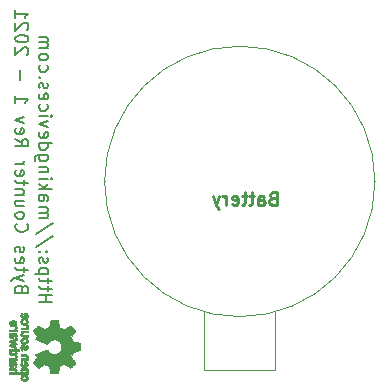
<source format=gbr>
%TF.GenerationSoftware,KiCad,Pcbnew,(5.1.10)-1*%
%TF.CreationDate,2021-09-07T17:28:15+02:00*%
%TF.ProjectId,BytesCounter,42797465-7343-46f7-956e-7465722e6b69,rev?*%
%TF.SameCoordinates,Original*%
%TF.FileFunction,Legend,Bot*%
%TF.FilePolarity,Positive*%
%FSLAX46Y46*%
G04 Gerber Fmt 4.6, Leading zero omitted, Abs format (unit mm)*
G04 Created by KiCad (PCBNEW (5.1.10)-1) date 2021-09-07 17:28:15*
%MOMM*%
%LPD*%
G01*
G04 APERTURE LIST*
%ADD10C,0.200000*%
%ADD11C,0.275000*%
%ADD12C,0.300000*%
%ADD13C,0.010000*%
%ADD14C,0.100000*%
%ADD15C,1.500000*%
%ADD16R,1.500000X1.500000*%
%ADD17C,1.550000*%
%ADD18C,1.850000*%
%ADD19C,2.200000*%
G04 APERTURE END LIST*
D10*
X102328571Y-65326190D02*
X102276190Y-65169047D01*
X102223809Y-65116666D01*
X102119047Y-65064285D01*
X101961904Y-65064285D01*
X101857142Y-65116666D01*
X101804761Y-65169047D01*
X101752380Y-65273809D01*
X101752380Y-65692857D01*
X102852380Y-65692857D01*
X102852380Y-65326190D01*
X102800000Y-65221428D01*
X102747619Y-65169047D01*
X102642857Y-65116666D01*
X102538095Y-65116666D01*
X102433333Y-65169047D01*
X102380952Y-65221428D01*
X102328571Y-65326190D01*
X102328571Y-65692857D01*
X102485714Y-64697619D02*
X101752380Y-64435714D01*
X102485714Y-64173809D02*
X101752380Y-64435714D01*
X101490476Y-64540476D01*
X101438095Y-64592857D01*
X101385714Y-64697619D01*
X102485714Y-63911904D02*
X102485714Y-63492857D01*
X102852380Y-63754761D02*
X101909523Y-63754761D01*
X101804761Y-63702380D01*
X101752380Y-63597619D01*
X101752380Y-63492857D01*
X101804761Y-62707142D02*
X101752380Y-62811904D01*
X101752380Y-63021428D01*
X101804761Y-63126190D01*
X101909523Y-63178571D01*
X102328571Y-63178571D01*
X102433333Y-63126190D01*
X102485714Y-63021428D01*
X102485714Y-62811904D01*
X102433333Y-62707142D01*
X102328571Y-62654761D01*
X102223809Y-62654761D01*
X102119047Y-63178571D01*
X101804761Y-62235714D02*
X101752380Y-62130952D01*
X101752380Y-61921428D01*
X101804761Y-61816666D01*
X101909523Y-61764285D01*
X101961904Y-61764285D01*
X102066666Y-61816666D01*
X102119047Y-61921428D01*
X102119047Y-62078571D01*
X102171428Y-62183333D01*
X102276190Y-62235714D01*
X102328571Y-62235714D01*
X102433333Y-62183333D01*
X102485714Y-62078571D01*
X102485714Y-61921428D01*
X102433333Y-61816666D01*
X101857142Y-59826190D02*
X101804761Y-59878571D01*
X101752380Y-60035714D01*
X101752380Y-60140476D01*
X101804761Y-60297619D01*
X101909523Y-60402380D01*
X102014285Y-60454761D01*
X102223809Y-60507142D01*
X102380952Y-60507142D01*
X102590476Y-60454761D01*
X102695238Y-60402380D01*
X102800000Y-60297619D01*
X102852380Y-60140476D01*
X102852380Y-60035714D01*
X102800000Y-59878571D01*
X102747619Y-59826190D01*
X101752380Y-59197619D02*
X101804761Y-59302380D01*
X101857142Y-59354761D01*
X101961904Y-59407142D01*
X102276190Y-59407142D01*
X102380952Y-59354761D01*
X102433333Y-59302380D01*
X102485714Y-59197619D01*
X102485714Y-59040476D01*
X102433333Y-58935714D01*
X102380952Y-58883333D01*
X102276190Y-58830952D01*
X101961904Y-58830952D01*
X101857142Y-58883333D01*
X101804761Y-58935714D01*
X101752380Y-59040476D01*
X101752380Y-59197619D01*
X102485714Y-57888095D02*
X101752380Y-57888095D01*
X102485714Y-58359523D02*
X101909523Y-58359523D01*
X101804761Y-58307142D01*
X101752380Y-58202380D01*
X101752380Y-58045238D01*
X101804761Y-57940476D01*
X101857142Y-57888095D01*
X102485714Y-57364285D02*
X101752380Y-57364285D01*
X102380952Y-57364285D02*
X102433333Y-57311904D01*
X102485714Y-57207142D01*
X102485714Y-57050000D01*
X102433333Y-56945238D01*
X102328571Y-56892857D01*
X101752380Y-56892857D01*
X102485714Y-56526190D02*
X102485714Y-56107142D01*
X102852380Y-56369047D02*
X101909523Y-56369047D01*
X101804761Y-56316666D01*
X101752380Y-56211904D01*
X101752380Y-56107142D01*
X101804761Y-55321428D02*
X101752380Y-55426190D01*
X101752380Y-55635714D01*
X101804761Y-55740476D01*
X101909523Y-55792857D01*
X102328571Y-55792857D01*
X102433333Y-55740476D01*
X102485714Y-55635714D01*
X102485714Y-55426190D01*
X102433333Y-55321428D01*
X102328571Y-55269047D01*
X102223809Y-55269047D01*
X102119047Y-55792857D01*
X101752380Y-54797619D02*
X102485714Y-54797619D01*
X102276190Y-54797619D02*
X102380952Y-54745238D01*
X102433333Y-54692857D01*
X102485714Y-54588095D01*
X102485714Y-54483333D01*
X101752380Y-52650000D02*
X102276190Y-53016666D01*
X101752380Y-53278571D02*
X102852380Y-53278571D01*
X102852380Y-52859523D01*
X102800000Y-52754761D01*
X102747619Y-52702380D01*
X102642857Y-52650000D01*
X102485714Y-52650000D01*
X102380952Y-52702380D01*
X102328571Y-52754761D01*
X102276190Y-52859523D01*
X102276190Y-53278571D01*
X101804761Y-51759523D02*
X101752380Y-51864285D01*
X101752380Y-52073809D01*
X101804761Y-52178571D01*
X101909523Y-52230952D01*
X102328571Y-52230952D01*
X102433333Y-52178571D01*
X102485714Y-52073809D01*
X102485714Y-51864285D01*
X102433333Y-51759523D01*
X102328571Y-51707142D01*
X102223809Y-51707142D01*
X102119047Y-52230952D01*
X102485714Y-51340476D02*
X101752380Y-51078571D01*
X102485714Y-50816666D01*
X101752380Y-48983333D02*
X101752380Y-49611904D01*
X101752380Y-49297619D02*
X102852380Y-49297619D01*
X102695238Y-49402380D01*
X102590476Y-49507142D01*
X102538095Y-49611904D01*
X102171428Y-47673809D02*
X102171428Y-46835714D01*
X102747619Y-45526190D02*
X102800000Y-45473809D01*
X102852380Y-45369047D01*
X102852380Y-45107142D01*
X102800000Y-45002380D01*
X102747619Y-44950000D01*
X102642857Y-44897619D01*
X102538095Y-44897619D01*
X102380952Y-44950000D01*
X101752380Y-45578571D01*
X101752380Y-44897619D01*
X102852380Y-44216666D02*
X102852380Y-44111904D01*
X102800000Y-44007142D01*
X102747619Y-43954761D01*
X102642857Y-43902380D01*
X102433333Y-43850000D01*
X102171428Y-43850000D01*
X101961904Y-43902380D01*
X101857142Y-43954761D01*
X101804761Y-44007142D01*
X101752380Y-44111904D01*
X101752380Y-44216666D01*
X101804761Y-44321428D01*
X101857142Y-44373809D01*
X101961904Y-44426190D01*
X102171428Y-44478571D01*
X102433333Y-44478571D01*
X102642857Y-44426190D01*
X102747619Y-44373809D01*
X102800000Y-44321428D01*
X102852380Y-44216666D01*
X102747619Y-43430952D02*
X102800000Y-43378571D01*
X102852380Y-43273809D01*
X102852380Y-43011904D01*
X102800000Y-42907142D01*
X102747619Y-42854761D01*
X102642857Y-42802380D01*
X102538095Y-42802380D01*
X102380952Y-42854761D01*
X101752380Y-43483333D01*
X101752380Y-42802380D01*
X101752380Y-41754761D02*
X101752380Y-42383333D01*
X101752380Y-42069047D02*
X102852380Y-42069047D01*
X102695238Y-42173809D01*
X102590476Y-42278571D01*
X102538095Y-42383333D01*
X103752380Y-66485714D02*
X104852380Y-66485714D01*
X104328571Y-66485714D02*
X104328571Y-65857142D01*
X103752380Y-65857142D02*
X104852380Y-65857142D01*
X104485714Y-65490476D02*
X104485714Y-65071428D01*
X104852380Y-65333333D02*
X103909523Y-65333333D01*
X103804761Y-65280952D01*
X103752380Y-65176190D01*
X103752380Y-65071428D01*
X104485714Y-64861904D02*
X104485714Y-64442857D01*
X104852380Y-64704761D02*
X103909523Y-64704761D01*
X103804761Y-64652380D01*
X103752380Y-64547619D01*
X103752380Y-64442857D01*
X104485714Y-64076190D02*
X103385714Y-64076190D01*
X104433333Y-64076190D02*
X104485714Y-63971428D01*
X104485714Y-63761904D01*
X104433333Y-63657142D01*
X104380952Y-63604761D01*
X104276190Y-63552380D01*
X103961904Y-63552380D01*
X103857142Y-63604761D01*
X103804761Y-63657142D01*
X103752380Y-63761904D01*
X103752380Y-63971428D01*
X103804761Y-64076190D01*
X103804761Y-63133333D02*
X103752380Y-63028571D01*
X103752380Y-62819047D01*
X103804761Y-62714285D01*
X103909523Y-62661904D01*
X103961904Y-62661904D01*
X104066666Y-62714285D01*
X104119047Y-62819047D01*
X104119047Y-62976190D01*
X104171428Y-63080952D01*
X104276190Y-63133333D01*
X104328571Y-63133333D01*
X104433333Y-63080952D01*
X104485714Y-62976190D01*
X104485714Y-62819047D01*
X104433333Y-62714285D01*
X103857142Y-62190476D02*
X103804761Y-62138095D01*
X103752380Y-62190476D01*
X103804761Y-62242857D01*
X103857142Y-62190476D01*
X103752380Y-62190476D01*
X104433333Y-62190476D02*
X104380952Y-62138095D01*
X104328571Y-62190476D01*
X104380952Y-62242857D01*
X104433333Y-62190476D01*
X104328571Y-62190476D01*
X104904761Y-60880952D02*
X103490476Y-61823809D01*
X104904761Y-59728571D02*
X103490476Y-60671428D01*
X103752380Y-59361904D02*
X104485714Y-59361904D01*
X104380952Y-59361904D02*
X104433333Y-59309523D01*
X104485714Y-59204761D01*
X104485714Y-59047619D01*
X104433333Y-58942857D01*
X104328571Y-58890476D01*
X103752380Y-58890476D01*
X104328571Y-58890476D02*
X104433333Y-58838095D01*
X104485714Y-58733333D01*
X104485714Y-58576190D01*
X104433333Y-58471428D01*
X104328571Y-58419047D01*
X103752380Y-58419047D01*
X103752380Y-57423809D02*
X104328571Y-57423809D01*
X104433333Y-57476190D01*
X104485714Y-57580952D01*
X104485714Y-57790476D01*
X104433333Y-57895238D01*
X103804761Y-57423809D02*
X103752380Y-57528571D01*
X103752380Y-57790476D01*
X103804761Y-57895238D01*
X103909523Y-57947619D01*
X104014285Y-57947619D01*
X104119047Y-57895238D01*
X104171428Y-57790476D01*
X104171428Y-57528571D01*
X104223809Y-57423809D01*
X103752380Y-56900000D02*
X104852380Y-56900000D01*
X104171428Y-56795238D02*
X103752380Y-56480952D01*
X104485714Y-56480952D02*
X104066666Y-56900000D01*
X103752380Y-56009523D02*
X104485714Y-56009523D01*
X104852380Y-56009523D02*
X104800000Y-56061904D01*
X104747619Y-56009523D01*
X104800000Y-55957142D01*
X104852380Y-56009523D01*
X104747619Y-56009523D01*
X104485714Y-55485714D02*
X103752380Y-55485714D01*
X104380952Y-55485714D02*
X104433333Y-55433333D01*
X104485714Y-55328571D01*
X104485714Y-55171428D01*
X104433333Y-55066666D01*
X104328571Y-55014285D01*
X103752380Y-55014285D01*
X104485714Y-54019047D02*
X103595238Y-54019047D01*
X103490476Y-54071428D01*
X103438095Y-54123809D01*
X103385714Y-54228571D01*
X103385714Y-54385714D01*
X103438095Y-54490476D01*
X103804761Y-54019047D02*
X103752380Y-54123809D01*
X103752380Y-54333333D01*
X103804761Y-54438095D01*
X103857142Y-54490476D01*
X103961904Y-54542857D01*
X104276190Y-54542857D01*
X104380952Y-54490476D01*
X104433333Y-54438095D01*
X104485714Y-54333333D01*
X104485714Y-54123809D01*
X104433333Y-54019047D01*
X103752380Y-53023809D02*
X104852380Y-53023809D01*
X103804761Y-53023809D02*
X103752380Y-53128571D01*
X103752380Y-53338095D01*
X103804761Y-53442857D01*
X103857142Y-53495238D01*
X103961904Y-53547619D01*
X104276190Y-53547619D01*
X104380952Y-53495238D01*
X104433333Y-53442857D01*
X104485714Y-53338095D01*
X104485714Y-53128571D01*
X104433333Y-53023809D01*
X103804761Y-52080952D02*
X103752380Y-52185714D01*
X103752380Y-52395238D01*
X103804761Y-52500000D01*
X103909523Y-52552380D01*
X104328571Y-52552380D01*
X104433333Y-52500000D01*
X104485714Y-52395238D01*
X104485714Y-52185714D01*
X104433333Y-52080952D01*
X104328571Y-52028571D01*
X104223809Y-52028571D01*
X104119047Y-52552380D01*
X104485714Y-51661904D02*
X103752380Y-51400000D01*
X104485714Y-51138095D01*
X103752380Y-50719047D02*
X104485714Y-50719047D01*
X104852380Y-50719047D02*
X104800000Y-50771428D01*
X104747619Y-50719047D01*
X104800000Y-50666666D01*
X104852380Y-50719047D01*
X104747619Y-50719047D01*
X103804761Y-49723809D02*
X103752380Y-49828571D01*
X103752380Y-50038095D01*
X103804761Y-50142857D01*
X103857142Y-50195238D01*
X103961904Y-50247619D01*
X104276190Y-50247619D01*
X104380952Y-50195238D01*
X104433333Y-50142857D01*
X104485714Y-50038095D01*
X104485714Y-49828571D01*
X104433333Y-49723809D01*
X103804761Y-48833333D02*
X103752380Y-48938095D01*
X103752380Y-49147619D01*
X103804761Y-49252380D01*
X103909523Y-49304761D01*
X104328571Y-49304761D01*
X104433333Y-49252380D01*
X104485714Y-49147619D01*
X104485714Y-48938095D01*
X104433333Y-48833333D01*
X104328571Y-48780952D01*
X104223809Y-48780952D01*
X104119047Y-49304761D01*
X103804761Y-48361904D02*
X103752380Y-48257142D01*
X103752380Y-48047619D01*
X103804761Y-47942857D01*
X103909523Y-47890476D01*
X103961904Y-47890476D01*
X104066666Y-47942857D01*
X104119047Y-48047619D01*
X104119047Y-48204761D01*
X104171428Y-48309523D01*
X104276190Y-48361904D01*
X104328571Y-48361904D01*
X104433333Y-48309523D01*
X104485714Y-48204761D01*
X104485714Y-48047619D01*
X104433333Y-47942857D01*
X103857142Y-47419047D02*
X103804761Y-47366666D01*
X103752380Y-47419047D01*
X103804761Y-47471428D01*
X103857142Y-47419047D01*
X103752380Y-47419047D01*
X103804761Y-46423809D02*
X103752380Y-46528571D01*
X103752380Y-46738095D01*
X103804761Y-46842857D01*
X103857142Y-46895238D01*
X103961904Y-46947619D01*
X104276190Y-46947619D01*
X104380952Y-46895238D01*
X104433333Y-46842857D01*
X104485714Y-46738095D01*
X104485714Y-46528571D01*
X104433333Y-46423809D01*
X103752380Y-45795238D02*
X103804761Y-45900000D01*
X103857142Y-45952380D01*
X103961904Y-46004761D01*
X104276190Y-46004761D01*
X104380952Y-45952380D01*
X104433333Y-45900000D01*
X104485714Y-45795238D01*
X104485714Y-45638095D01*
X104433333Y-45533333D01*
X104380952Y-45480952D01*
X104276190Y-45428571D01*
X103961904Y-45428571D01*
X103857142Y-45480952D01*
X103804761Y-45533333D01*
X103752380Y-45638095D01*
X103752380Y-45795238D01*
X103752380Y-44957142D02*
X104485714Y-44957142D01*
X104380952Y-44957142D02*
X104433333Y-44904761D01*
X104485714Y-44800000D01*
X104485714Y-44642857D01*
X104433333Y-44538095D01*
X104328571Y-44485714D01*
X103752380Y-44485714D01*
X104328571Y-44485714D02*
X104433333Y-44433333D01*
X104485714Y-44328571D01*
X104485714Y-44171428D01*
X104433333Y-44066666D01*
X104328571Y-44014285D01*
X103752380Y-44014285D01*
D11*
X123528571Y-57671428D02*
X123371428Y-57723809D01*
X123319047Y-57776190D01*
X123266666Y-57880952D01*
X123266666Y-58038095D01*
X123319047Y-58142857D01*
X123371428Y-58195238D01*
X123476190Y-58247619D01*
X123895238Y-58247619D01*
X123895238Y-57147619D01*
X123528571Y-57147619D01*
X123423809Y-57200000D01*
X123371428Y-57252380D01*
X123319047Y-57357142D01*
X123319047Y-57461904D01*
X123371428Y-57566666D01*
X123423809Y-57619047D01*
X123528571Y-57671428D01*
X123895238Y-57671428D01*
X122323809Y-58247619D02*
X122323809Y-57671428D01*
X122376190Y-57566666D01*
X122480952Y-57514285D01*
X122690476Y-57514285D01*
X122795238Y-57566666D01*
X122323809Y-58195238D02*
X122428571Y-58247619D01*
X122690476Y-58247619D01*
X122795238Y-58195238D01*
X122847619Y-58090476D01*
X122847619Y-57985714D01*
X122795238Y-57880952D01*
X122690476Y-57828571D01*
X122428571Y-57828571D01*
X122323809Y-57776190D01*
X121957142Y-57514285D02*
X121538095Y-57514285D01*
X121800000Y-57147619D02*
X121800000Y-58090476D01*
X121747619Y-58195238D01*
X121642857Y-58247619D01*
X121538095Y-58247619D01*
X121328571Y-57514285D02*
X120909523Y-57514285D01*
X121171428Y-57147619D02*
X121171428Y-58090476D01*
X121119047Y-58195238D01*
X121014285Y-58247619D01*
X120909523Y-58247619D01*
X120123809Y-58195238D02*
X120228571Y-58247619D01*
X120438095Y-58247619D01*
X120542857Y-58195238D01*
X120595238Y-58090476D01*
X120595238Y-57671428D01*
X120542857Y-57566666D01*
X120438095Y-57514285D01*
X120228571Y-57514285D01*
X120123809Y-57566666D01*
X120071428Y-57671428D01*
X120071428Y-57776190D01*
X120595238Y-57880952D01*
X119600000Y-58247619D02*
X119600000Y-57514285D01*
X119600000Y-57723809D02*
X119547619Y-57619047D01*
X119495238Y-57566666D01*
X119390476Y-57514285D01*
X119285714Y-57514285D01*
X119023809Y-57514285D02*
X118761904Y-58247619D01*
X118500000Y-57514285D02*
X118761904Y-58247619D01*
X118866666Y-58509523D01*
X118919047Y-58561904D01*
X119023809Y-58614285D01*
D12*
D13*
%TO.C,REF\u002A\u002A*%
G36*
X106959982Y-69873036D02*
G01*
X106658430Y-69816188D01*
X106485488Y-69396662D01*
X106656605Y-69145016D01*
X106704250Y-69074542D01*
X106746790Y-69010837D01*
X106782285Y-68956874D01*
X106808790Y-68915627D01*
X106824364Y-68890066D01*
X106827722Y-68883105D01*
X106819086Y-68870565D01*
X106795208Y-68843769D01*
X106759141Y-68805720D01*
X106713933Y-68759421D01*
X106662636Y-68707877D01*
X106608299Y-68654091D01*
X106553972Y-68601065D01*
X106502705Y-68551805D01*
X106457549Y-68509313D01*
X106421554Y-68476593D01*
X106397770Y-68456649D01*
X106389810Y-68451881D01*
X106375135Y-68458743D01*
X106342986Y-68477980D01*
X106296508Y-68507570D01*
X106238844Y-68545490D01*
X106173140Y-68589718D01*
X106135664Y-68615346D01*
X106067232Y-68662059D01*
X106005480Y-68703568D01*
X105953481Y-68737860D01*
X105914308Y-68762920D01*
X105891035Y-68776736D01*
X105886145Y-68778812D01*
X105872245Y-68774105D01*
X105839850Y-68761277D01*
X105793515Y-68742262D01*
X105737794Y-68718997D01*
X105677242Y-68693416D01*
X105616414Y-68667455D01*
X105559864Y-68643050D01*
X105512148Y-68622137D01*
X105477819Y-68606651D01*
X105461432Y-68598528D01*
X105460788Y-68598048D01*
X105457659Y-68585293D01*
X105450679Y-68551323D01*
X105440533Y-68499660D01*
X105427908Y-68433824D01*
X105413491Y-68357336D01*
X105405177Y-68312710D01*
X105389616Y-68230979D01*
X105374808Y-68157157D01*
X105361564Y-68094979D01*
X105350695Y-68048178D01*
X105343011Y-68020491D01*
X105340573Y-68014926D01*
X105324070Y-68009474D01*
X105286800Y-68005076D01*
X105233120Y-68001728D01*
X105167388Y-67999426D01*
X105093963Y-67998168D01*
X105017204Y-67997952D01*
X104941468Y-67998773D01*
X104871114Y-68000629D01*
X104810500Y-68003518D01*
X104763984Y-68007435D01*
X104735925Y-68012378D01*
X104730084Y-68015343D01*
X104723083Y-68033066D01*
X104713073Y-68070619D01*
X104701231Y-68123036D01*
X104688733Y-68185348D01*
X104684690Y-68207100D01*
X104665480Y-68311976D01*
X104650009Y-68394820D01*
X104637663Y-68458370D01*
X104627827Y-68505363D01*
X104619886Y-68538537D01*
X104613224Y-68560629D01*
X104607227Y-68574376D01*
X104601281Y-68582516D01*
X104600106Y-68583655D01*
X104581174Y-68595023D01*
X104544331Y-68612365D01*
X104494087Y-68633950D01*
X104434954Y-68658046D01*
X104371444Y-68682921D01*
X104308068Y-68706843D01*
X104249338Y-68728081D01*
X104199765Y-68744903D01*
X104163861Y-68755578D01*
X104146138Y-68758373D01*
X104145517Y-68758140D01*
X104131030Y-68748669D01*
X104099156Y-68727182D01*
X104053211Y-68695937D01*
X103996515Y-68657193D01*
X103932383Y-68613207D01*
X103914158Y-68600681D01*
X103848086Y-68556016D01*
X103787800Y-68516712D01*
X103736765Y-68484912D01*
X103698440Y-68462755D01*
X103676289Y-68452383D01*
X103673568Y-68451881D01*
X103659264Y-68460595D01*
X103630928Y-68484675D01*
X103591604Y-68521024D01*
X103544339Y-68566547D01*
X103492177Y-68618148D01*
X103438165Y-68672733D01*
X103385347Y-68727206D01*
X103336769Y-68778471D01*
X103295477Y-68823433D01*
X103264515Y-68858996D01*
X103246930Y-68882065D01*
X103244059Y-68888446D01*
X103250822Y-68903301D01*
X103269061Y-68933714D01*
X103295703Y-68974732D01*
X103317148Y-69006291D01*
X103356497Y-69063475D01*
X103402829Y-69131194D01*
X103449087Y-69199120D01*
X103473845Y-69235639D01*
X103557453Y-69359248D01*
X103501350Y-69463009D01*
X103476772Y-69510280D01*
X103457669Y-69550477D01*
X103446773Y-69577674D01*
X103445257Y-69584598D01*
X103456451Y-69592923D01*
X103488083Y-69609346D01*
X103537235Y-69632643D01*
X103600990Y-69661586D01*
X103676429Y-69694950D01*
X103760636Y-69731509D01*
X103850692Y-69770036D01*
X103943679Y-69809306D01*
X104036680Y-69848092D01*
X104126777Y-69885170D01*
X104211052Y-69919311D01*
X104286587Y-69949292D01*
X104350466Y-69973884D01*
X104399769Y-69991864D01*
X104431579Y-70002003D01*
X104442504Y-70003634D01*
X104456439Y-69990709D01*
X104479060Y-69962411D01*
X104505667Y-69924654D01*
X104507772Y-69921485D01*
X104585886Y-69823900D01*
X104677018Y-69745214D01*
X104778255Y-69686109D01*
X104886682Y-69647268D01*
X104999386Y-69629372D01*
X105113452Y-69633103D01*
X105225966Y-69659143D01*
X105334015Y-69708175D01*
X105357655Y-69722600D01*
X105453113Y-69797631D01*
X105529768Y-69886270D01*
X105587220Y-69985451D01*
X105625071Y-70092105D01*
X105642922Y-70203164D01*
X105640375Y-70315561D01*
X105617030Y-70426227D01*
X105572490Y-70532094D01*
X105506355Y-70630095D01*
X105479513Y-70660410D01*
X105395488Y-70737562D01*
X105307034Y-70793782D01*
X105207885Y-70832347D01*
X105109697Y-70853826D01*
X104999303Y-70859128D01*
X104888360Y-70841448D01*
X104780619Y-70802581D01*
X104679831Y-70744323D01*
X104589744Y-70668469D01*
X104514108Y-70576817D01*
X104506136Y-70564772D01*
X104480026Y-70526611D01*
X104457405Y-70497601D01*
X104442961Y-70483732D01*
X104442504Y-70483531D01*
X104426879Y-70486508D01*
X104391418Y-70498311D01*
X104339038Y-70517714D01*
X104272655Y-70543488D01*
X104195186Y-70574409D01*
X104109550Y-70609249D01*
X104018663Y-70646783D01*
X103925441Y-70685783D01*
X103832803Y-70725023D01*
X103743665Y-70763276D01*
X103660945Y-70799317D01*
X103587559Y-70831917D01*
X103526425Y-70859852D01*
X103480459Y-70881895D01*
X103452579Y-70896818D01*
X103445257Y-70902828D01*
X103450959Y-70921191D01*
X103466251Y-70955552D01*
X103488401Y-70999984D01*
X103501350Y-71024417D01*
X103557453Y-71128178D01*
X103473845Y-71251787D01*
X103431013Y-71314886D01*
X103383878Y-71383970D01*
X103339497Y-71448707D01*
X103317148Y-71481134D01*
X103286523Y-71526741D01*
X103262253Y-71565360D01*
X103247413Y-71591952D01*
X103244276Y-71600590D01*
X103252739Y-71613161D01*
X103276364Y-71640984D01*
X103312698Y-71681361D01*
X103359289Y-71731595D01*
X103413683Y-71788988D01*
X103448608Y-71825286D01*
X103511004Y-71888790D01*
X103566812Y-71943673D01*
X103613646Y-71987714D01*
X103649118Y-72018695D01*
X103670839Y-72034398D01*
X103675248Y-72035905D01*
X103692015Y-72028914D01*
X103725918Y-72009594D01*
X103773524Y-71980091D01*
X103831401Y-71942545D01*
X103896116Y-71899100D01*
X103914158Y-71886745D01*
X103979733Y-71841727D01*
X104038772Y-71801340D01*
X104087958Y-71767840D01*
X104123972Y-71743486D01*
X104143498Y-71730536D01*
X104145517Y-71729285D01*
X104161078Y-71731156D01*
X104195291Y-71741087D01*
X104243645Y-71757347D01*
X104301629Y-71778205D01*
X104364730Y-71801927D01*
X104428437Y-71826784D01*
X104488239Y-71851042D01*
X104539624Y-71872971D01*
X104578081Y-71890838D01*
X104599098Y-71902913D01*
X104600106Y-71903771D01*
X104606112Y-71911154D01*
X104612052Y-71923625D01*
X104618540Y-71943920D01*
X104626191Y-71974778D01*
X104635620Y-72018934D01*
X104647441Y-72079126D01*
X104662271Y-72158093D01*
X104680723Y-72258570D01*
X104684690Y-72280325D01*
X104697147Y-72344802D01*
X104709334Y-72401011D01*
X104720074Y-72443987D01*
X104728191Y-72468760D01*
X104730084Y-72472082D01*
X104746862Y-72477556D01*
X104784355Y-72482006D01*
X104838206Y-72485428D01*
X104904056Y-72487819D01*
X104977547Y-72489177D01*
X105054320Y-72489499D01*
X105130017Y-72488781D01*
X105200280Y-72487021D01*
X105260750Y-72484216D01*
X105307070Y-72480362D01*
X105334881Y-72475457D01*
X105340573Y-72472500D01*
X105346314Y-72456037D01*
X105355655Y-72418551D01*
X105367785Y-72363775D01*
X105381893Y-72295445D01*
X105397170Y-72217294D01*
X105405177Y-72174716D01*
X105420279Y-72093929D01*
X105433960Y-72021887D01*
X105445533Y-71962111D01*
X105454313Y-71918121D01*
X105459613Y-71893439D01*
X105460788Y-71889377D01*
X105474035Y-71882511D01*
X105505943Y-71867998D01*
X105551953Y-71847771D01*
X105607508Y-71823766D01*
X105668047Y-71797918D01*
X105729014Y-71772160D01*
X105785849Y-71748427D01*
X105833994Y-71728654D01*
X105868890Y-71714776D01*
X105885979Y-71708726D01*
X105886726Y-71708614D01*
X105900207Y-71715472D01*
X105931230Y-71734698D01*
X105976711Y-71764272D01*
X106033568Y-71802173D01*
X106098717Y-71846380D01*
X106136138Y-71872079D01*
X106204753Y-71918907D01*
X106267048Y-71960499D01*
X106319871Y-71994825D01*
X106360073Y-72019857D01*
X106384500Y-72033565D01*
X106389976Y-72035544D01*
X106402722Y-72027034D01*
X106429937Y-72003507D01*
X106468572Y-71967968D01*
X106515577Y-71923423D01*
X106567905Y-71872877D01*
X106622505Y-71819336D01*
X106676330Y-71765805D01*
X106726330Y-71715289D01*
X106769457Y-71670794D01*
X106802661Y-71635325D01*
X106822894Y-71611887D01*
X106827722Y-71604046D01*
X106820933Y-71591280D01*
X106801858Y-71560744D01*
X106772439Y-71515410D01*
X106734619Y-71458244D01*
X106690339Y-71392216D01*
X106656605Y-71342410D01*
X106485488Y-71090764D01*
X106571959Y-70881001D01*
X106658430Y-70671237D01*
X106959982Y-70614389D01*
X107261534Y-70557540D01*
X107261534Y-69929885D01*
X106959982Y-69873036D01*
G37*
X106959982Y-69873036D02*
X106658430Y-69816188D01*
X106485488Y-69396662D01*
X106656605Y-69145016D01*
X106704250Y-69074542D01*
X106746790Y-69010837D01*
X106782285Y-68956874D01*
X106808790Y-68915627D01*
X106824364Y-68890066D01*
X106827722Y-68883105D01*
X106819086Y-68870565D01*
X106795208Y-68843769D01*
X106759141Y-68805720D01*
X106713933Y-68759421D01*
X106662636Y-68707877D01*
X106608299Y-68654091D01*
X106553972Y-68601065D01*
X106502705Y-68551805D01*
X106457549Y-68509313D01*
X106421554Y-68476593D01*
X106397770Y-68456649D01*
X106389810Y-68451881D01*
X106375135Y-68458743D01*
X106342986Y-68477980D01*
X106296508Y-68507570D01*
X106238844Y-68545490D01*
X106173140Y-68589718D01*
X106135664Y-68615346D01*
X106067232Y-68662059D01*
X106005480Y-68703568D01*
X105953481Y-68737860D01*
X105914308Y-68762920D01*
X105891035Y-68776736D01*
X105886145Y-68778812D01*
X105872245Y-68774105D01*
X105839850Y-68761277D01*
X105793515Y-68742262D01*
X105737794Y-68718997D01*
X105677242Y-68693416D01*
X105616414Y-68667455D01*
X105559864Y-68643050D01*
X105512148Y-68622137D01*
X105477819Y-68606651D01*
X105461432Y-68598528D01*
X105460788Y-68598048D01*
X105457659Y-68585293D01*
X105450679Y-68551323D01*
X105440533Y-68499660D01*
X105427908Y-68433824D01*
X105413491Y-68357336D01*
X105405177Y-68312710D01*
X105389616Y-68230979D01*
X105374808Y-68157157D01*
X105361564Y-68094979D01*
X105350695Y-68048178D01*
X105343011Y-68020491D01*
X105340573Y-68014926D01*
X105324070Y-68009474D01*
X105286800Y-68005076D01*
X105233120Y-68001728D01*
X105167388Y-67999426D01*
X105093963Y-67998168D01*
X105017204Y-67997952D01*
X104941468Y-67998773D01*
X104871114Y-68000629D01*
X104810500Y-68003518D01*
X104763984Y-68007435D01*
X104735925Y-68012378D01*
X104730084Y-68015343D01*
X104723083Y-68033066D01*
X104713073Y-68070619D01*
X104701231Y-68123036D01*
X104688733Y-68185348D01*
X104684690Y-68207100D01*
X104665480Y-68311976D01*
X104650009Y-68394820D01*
X104637663Y-68458370D01*
X104627827Y-68505363D01*
X104619886Y-68538537D01*
X104613224Y-68560629D01*
X104607227Y-68574376D01*
X104601281Y-68582516D01*
X104600106Y-68583655D01*
X104581174Y-68595023D01*
X104544331Y-68612365D01*
X104494087Y-68633950D01*
X104434954Y-68658046D01*
X104371444Y-68682921D01*
X104308068Y-68706843D01*
X104249338Y-68728081D01*
X104199765Y-68744903D01*
X104163861Y-68755578D01*
X104146138Y-68758373D01*
X104145517Y-68758140D01*
X104131030Y-68748669D01*
X104099156Y-68727182D01*
X104053211Y-68695937D01*
X103996515Y-68657193D01*
X103932383Y-68613207D01*
X103914158Y-68600681D01*
X103848086Y-68556016D01*
X103787800Y-68516712D01*
X103736765Y-68484912D01*
X103698440Y-68462755D01*
X103676289Y-68452383D01*
X103673568Y-68451881D01*
X103659264Y-68460595D01*
X103630928Y-68484675D01*
X103591604Y-68521024D01*
X103544339Y-68566547D01*
X103492177Y-68618148D01*
X103438165Y-68672733D01*
X103385347Y-68727206D01*
X103336769Y-68778471D01*
X103295477Y-68823433D01*
X103264515Y-68858996D01*
X103246930Y-68882065D01*
X103244059Y-68888446D01*
X103250822Y-68903301D01*
X103269061Y-68933714D01*
X103295703Y-68974732D01*
X103317148Y-69006291D01*
X103356497Y-69063475D01*
X103402829Y-69131194D01*
X103449087Y-69199120D01*
X103473845Y-69235639D01*
X103557453Y-69359248D01*
X103501350Y-69463009D01*
X103476772Y-69510280D01*
X103457669Y-69550477D01*
X103446773Y-69577674D01*
X103445257Y-69584598D01*
X103456451Y-69592923D01*
X103488083Y-69609346D01*
X103537235Y-69632643D01*
X103600990Y-69661586D01*
X103676429Y-69694950D01*
X103760636Y-69731509D01*
X103850692Y-69770036D01*
X103943679Y-69809306D01*
X104036680Y-69848092D01*
X104126777Y-69885170D01*
X104211052Y-69919311D01*
X104286587Y-69949292D01*
X104350466Y-69973884D01*
X104399769Y-69991864D01*
X104431579Y-70002003D01*
X104442504Y-70003634D01*
X104456439Y-69990709D01*
X104479060Y-69962411D01*
X104505667Y-69924654D01*
X104507772Y-69921485D01*
X104585886Y-69823900D01*
X104677018Y-69745214D01*
X104778255Y-69686109D01*
X104886682Y-69647268D01*
X104999386Y-69629372D01*
X105113452Y-69633103D01*
X105225966Y-69659143D01*
X105334015Y-69708175D01*
X105357655Y-69722600D01*
X105453113Y-69797631D01*
X105529768Y-69886270D01*
X105587220Y-69985451D01*
X105625071Y-70092105D01*
X105642922Y-70203164D01*
X105640375Y-70315561D01*
X105617030Y-70426227D01*
X105572490Y-70532094D01*
X105506355Y-70630095D01*
X105479513Y-70660410D01*
X105395488Y-70737562D01*
X105307034Y-70793782D01*
X105207885Y-70832347D01*
X105109697Y-70853826D01*
X104999303Y-70859128D01*
X104888360Y-70841448D01*
X104780619Y-70802581D01*
X104679831Y-70744323D01*
X104589744Y-70668469D01*
X104514108Y-70576817D01*
X104506136Y-70564772D01*
X104480026Y-70526611D01*
X104457405Y-70497601D01*
X104442961Y-70483732D01*
X104442504Y-70483531D01*
X104426879Y-70486508D01*
X104391418Y-70498311D01*
X104339038Y-70517714D01*
X104272655Y-70543488D01*
X104195186Y-70574409D01*
X104109550Y-70609249D01*
X104018663Y-70646783D01*
X103925441Y-70685783D01*
X103832803Y-70725023D01*
X103743665Y-70763276D01*
X103660945Y-70799317D01*
X103587559Y-70831917D01*
X103526425Y-70859852D01*
X103480459Y-70881895D01*
X103452579Y-70896818D01*
X103445257Y-70902828D01*
X103450959Y-70921191D01*
X103466251Y-70955552D01*
X103488401Y-70999984D01*
X103501350Y-71024417D01*
X103557453Y-71128178D01*
X103473845Y-71251787D01*
X103431013Y-71314886D01*
X103383878Y-71383970D01*
X103339497Y-71448707D01*
X103317148Y-71481134D01*
X103286523Y-71526741D01*
X103262253Y-71565360D01*
X103247413Y-71591952D01*
X103244276Y-71600590D01*
X103252739Y-71613161D01*
X103276364Y-71640984D01*
X103312698Y-71681361D01*
X103359289Y-71731595D01*
X103413683Y-71788988D01*
X103448608Y-71825286D01*
X103511004Y-71888790D01*
X103566812Y-71943673D01*
X103613646Y-71987714D01*
X103649118Y-72018695D01*
X103670839Y-72034398D01*
X103675248Y-72035905D01*
X103692015Y-72028914D01*
X103725918Y-72009594D01*
X103773524Y-71980091D01*
X103831401Y-71942545D01*
X103896116Y-71899100D01*
X103914158Y-71886745D01*
X103979733Y-71841727D01*
X104038772Y-71801340D01*
X104087958Y-71767840D01*
X104123972Y-71743486D01*
X104143498Y-71730536D01*
X104145517Y-71729285D01*
X104161078Y-71731156D01*
X104195291Y-71741087D01*
X104243645Y-71757347D01*
X104301629Y-71778205D01*
X104364730Y-71801927D01*
X104428437Y-71826784D01*
X104488239Y-71851042D01*
X104539624Y-71872971D01*
X104578081Y-71890838D01*
X104599098Y-71902913D01*
X104600106Y-71903771D01*
X104606112Y-71911154D01*
X104612052Y-71923625D01*
X104618540Y-71943920D01*
X104626191Y-71974778D01*
X104635620Y-72018934D01*
X104647441Y-72079126D01*
X104662271Y-72158093D01*
X104680723Y-72258570D01*
X104684690Y-72280325D01*
X104697147Y-72344802D01*
X104709334Y-72401011D01*
X104720074Y-72443987D01*
X104728191Y-72468760D01*
X104730084Y-72472082D01*
X104746862Y-72477556D01*
X104784355Y-72482006D01*
X104838206Y-72485428D01*
X104904056Y-72487819D01*
X104977547Y-72489177D01*
X105054320Y-72489499D01*
X105130017Y-72488781D01*
X105200280Y-72487021D01*
X105260750Y-72484216D01*
X105307070Y-72480362D01*
X105334881Y-72475457D01*
X105340573Y-72472500D01*
X105346314Y-72456037D01*
X105355655Y-72418551D01*
X105367785Y-72363775D01*
X105381893Y-72295445D01*
X105397170Y-72217294D01*
X105405177Y-72174716D01*
X105420279Y-72093929D01*
X105433960Y-72021887D01*
X105445533Y-71962111D01*
X105454313Y-71918121D01*
X105459613Y-71893439D01*
X105460788Y-71889377D01*
X105474035Y-71882511D01*
X105505943Y-71867998D01*
X105551953Y-71847771D01*
X105607508Y-71823766D01*
X105668047Y-71797918D01*
X105729014Y-71772160D01*
X105785849Y-71748427D01*
X105833994Y-71728654D01*
X105868890Y-71714776D01*
X105885979Y-71708726D01*
X105886726Y-71708614D01*
X105900207Y-71715472D01*
X105931230Y-71734698D01*
X105976711Y-71764272D01*
X106033568Y-71802173D01*
X106098717Y-71846380D01*
X106136138Y-71872079D01*
X106204753Y-71918907D01*
X106267048Y-71960499D01*
X106319871Y-71994825D01*
X106360073Y-72019857D01*
X106384500Y-72033565D01*
X106389976Y-72035544D01*
X106402722Y-72027034D01*
X106429937Y-72003507D01*
X106468572Y-71967968D01*
X106515577Y-71923423D01*
X106567905Y-71872877D01*
X106622505Y-71819336D01*
X106676330Y-71765805D01*
X106726330Y-71715289D01*
X106769457Y-71670794D01*
X106802661Y-71635325D01*
X106822894Y-71611887D01*
X106827722Y-71604046D01*
X106820933Y-71591280D01*
X106801858Y-71560744D01*
X106772439Y-71515410D01*
X106734619Y-71458244D01*
X106690339Y-71392216D01*
X106656605Y-71342410D01*
X106485488Y-71090764D01*
X106571959Y-70881001D01*
X106658430Y-70671237D01*
X106959982Y-70614389D01*
X107261534Y-70557540D01*
X107261534Y-69929885D01*
X106959982Y-69873036D01*
G36*
X102791970Y-68450540D02*
G01*
X102778755Y-68407289D01*
X102762059Y-68379442D01*
X102748855Y-68370371D01*
X102733203Y-68372868D01*
X102708615Y-68389069D01*
X102691200Y-68402768D01*
X102659717Y-68431008D01*
X102646471Y-68452225D01*
X102647336Y-68470312D01*
X102660990Y-68523965D01*
X102660370Y-68563370D01*
X102644896Y-68595368D01*
X102635839Y-68606110D01*
X102603973Y-68640495D01*
X102187821Y-68640495D01*
X102187821Y-68778812D01*
X102791386Y-68778812D01*
X102791386Y-68709653D01*
X102789744Y-68668131D01*
X102783913Y-68646709D01*
X102772539Y-68640498D01*
X102772202Y-68640495D01*
X102760287Y-68637561D01*
X102761841Y-68624296D01*
X102770437Y-68605916D01*
X102786432Y-68567954D01*
X102796055Y-68537128D01*
X102798522Y-68497464D01*
X102791970Y-68450540D01*
G37*
X102791970Y-68450540D02*
X102778755Y-68407289D01*
X102762059Y-68379442D01*
X102748855Y-68370371D01*
X102733203Y-68372868D01*
X102708615Y-68389069D01*
X102691200Y-68402768D01*
X102659717Y-68431008D01*
X102646471Y-68452225D01*
X102647336Y-68470312D01*
X102660990Y-68523965D01*
X102660370Y-68563370D01*
X102644896Y-68595368D01*
X102635839Y-68606110D01*
X102603973Y-68640495D01*
X102187821Y-68640495D01*
X102187821Y-68778812D01*
X102791386Y-68778812D01*
X102791386Y-68709653D01*
X102789744Y-68668131D01*
X102783913Y-68646709D01*
X102772539Y-68640498D01*
X102772202Y-68640495D01*
X102760287Y-68637561D01*
X102761841Y-68624296D01*
X102770437Y-68605916D01*
X102786432Y-68567954D01*
X102796055Y-68537128D01*
X102798522Y-68497464D01*
X102791970Y-68450540D01*
G36*
X102780998Y-71004012D02*
G01*
X102766050Y-70972717D01*
X102744459Y-70942409D01*
X102719609Y-70919318D01*
X102687913Y-70902500D01*
X102645786Y-70891006D01*
X102589642Y-70883891D01*
X102515894Y-70880207D01*
X102420956Y-70879008D01*
X102411015Y-70878989D01*
X102187821Y-70878713D01*
X102187821Y-71017030D01*
X102393582Y-71017030D01*
X102469811Y-71017128D01*
X102525061Y-71017809D01*
X102563499Y-71019651D01*
X102589294Y-71023233D01*
X102606616Y-71029132D01*
X102619632Y-71037927D01*
X102632493Y-71050180D01*
X102660127Y-71093047D01*
X102665255Y-71139843D01*
X102647783Y-71184424D01*
X102634779Y-71199928D01*
X102622553Y-71211310D01*
X102609460Y-71219481D01*
X102591385Y-71224974D01*
X102564213Y-71228320D01*
X102523830Y-71230051D01*
X102466121Y-71230697D01*
X102395868Y-71230792D01*
X102187821Y-71230792D01*
X102187821Y-71369109D01*
X102791386Y-71369109D01*
X102791386Y-71299950D01*
X102789744Y-71258428D01*
X102783913Y-71237006D01*
X102772539Y-71230795D01*
X102772202Y-71230792D01*
X102761062Y-71227910D01*
X102762326Y-71215199D01*
X102774566Y-71189926D01*
X102792576Y-71132605D01*
X102794579Y-71067037D01*
X102780998Y-71004012D01*
G37*
X102780998Y-71004012D02*
X102766050Y-70972717D01*
X102744459Y-70942409D01*
X102719609Y-70919318D01*
X102687913Y-70902500D01*
X102645786Y-70891006D01*
X102589642Y-70883891D01*
X102515894Y-70880207D01*
X102420956Y-70879008D01*
X102411015Y-70878989D01*
X102187821Y-70878713D01*
X102187821Y-71017030D01*
X102393582Y-71017030D01*
X102469811Y-71017128D01*
X102525061Y-71017809D01*
X102563499Y-71019651D01*
X102589294Y-71023233D01*
X102606616Y-71029132D01*
X102619632Y-71037927D01*
X102632493Y-71050180D01*
X102660127Y-71093047D01*
X102665255Y-71139843D01*
X102647783Y-71184424D01*
X102634779Y-71199928D01*
X102622553Y-71211310D01*
X102609460Y-71219481D01*
X102591385Y-71224974D01*
X102564213Y-71228320D01*
X102523830Y-71230051D01*
X102466121Y-71230697D01*
X102395868Y-71230792D01*
X102187821Y-71230792D01*
X102187821Y-71369109D01*
X102791386Y-71369109D01*
X102791386Y-71299950D01*
X102789744Y-71258428D01*
X102783913Y-71237006D01*
X102772539Y-71230795D01*
X102772202Y-71230792D01*
X102761062Y-71227910D01*
X102762326Y-71215199D01*
X102774566Y-71189926D01*
X102792576Y-71132605D01*
X102794579Y-71067037D01*
X102780998Y-71004012D01*
G36*
X102793543Y-67572102D02*
G01*
X102785721Y-67539904D01*
X102757079Y-67478175D01*
X102713333Y-67425390D01*
X102660883Y-67388859D01*
X102649107Y-67383840D01*
X102618260Y-67376955D01*
X102572629Y-67372136D01*
X102526508Y-67370495D01*
X102439307Y-67370495D01*
X102439307Y-67552822D01*
X102439022Y-67628021D01*
X102437296Y-67680997D01*
X102432819Y-67714675D01*
X102424280Y-67731980D01*
X102410370Y-67735837D01*
X102389778Y-67729171D01*
X102365685Y-67717230D01*
X102325475Y-67683920D01*
X102305442Y-67637632D01*
X102306095Y-67581056D01*
X102327899Y-67516969D01*
X102354807Y-67461583D01*
X102318468Y-67415625D01*
X102282128Y-67369667D01*
X102242181Y-67412904D01*
X102204437Y-67470626D01*
X102181680Y-67541614D01*
X102175312Y-67617971D01*
X102186732Y-67691801D01*
X102190607Y-67703713D01*
X102224494Y-67768601D01*
X102275014Y-67816870D01*
X102343675Y-67849535D01*
X102431986Y-67867615D01*
X102433879Y-67867825D01*
X102530122Y-67869444D01*
X102564458Y-67862900D01*
X102564458Y-67735148D01*
X102559178Y-67723416D01*
X102555133Y-67691562D01*
X102552824Y-67644603D01*
X102552475Y-67614846D01*
X102552694Y-67559352D01*
X102554084Y-67524654D01*
X102557749Y-67506399D01*
X102564790Y-67500234D01*
X102576310Y-67501805D01*
X102580767Y-67503122D01*
X102622645Y-67525618D01*
X102656396Y-67560997D01*
X102671227Y-67592220D01*
X102670332Y-67633699D01*
X102651836Y-67675731D01*
X102621214Y-67710988D01*
X102583938Y-67732146D01*
X102564458Y-67735148D01*
X102564458Y-67862900D01*
X102614771Y-67853310D01*
X102685809Y-67821302D01*
X102741221Y-67775299D01*
X102778991Y-67717179D01*
X102797104Y-67648820D01*
X102793543Y-67572102D01*
G37*
X102793543Y-67572102D02*
X102785721Y-67539904D01*
X102757079Y-67478175D01*
X102713333Y-67425390D01*
X102660883Y-67388859D01*
X102649107Y-67383840D01*
X102618260Y-67376955D01*
X102572629Y-67372136D01*
X102526508Y-67370495D01*
X102439307Y-67370495D01*
X102439307Y-67552822D01*
X102439022Y-67628021D01*
X102437296Y-67680997D01*
X102432819Y-67714675D01*
X102424280Y-67731980D01*
X102410370Y-67735837D01*
X102389778Y-67729171D01*
X102365685Y-67717230D01*
X102325475Y-67683920D01*
X102305442Y-67637632D01*
X102306095Y-67581056D01*
X102327899Y-67516969D01*
X102354807Y-67461583D01*
X102318468Y-67415625D01*
X102282128Y-67369667D01*
X102242181Y-67412904D01*
X102204437Y-67470626D01*
X102181680Y-67541614D01*
X102175312Y-67617971D01*
X102186732Y-67691801D01*
X102190607Y-67703713D01*
X102224494Y-67768601D01*
X102275014Y-67816870D01*
X102343675Y-67849535D01*
X102431986Y-67867615D01*
X102433879Y-67867825D01*
X102530122Y-67869444D01*
X102564458Y-67862900D01*
X102564458Y-67735148D01*
X102559178Y-67723416D01*
X102555133Y-67691562D01*
X102552824Y-67644603D01*
X102552475Y-67614846D01*
X102552694Y-67559352D01*
X102554084Y-67524654D01*
X102557749Y-67506399D01*
X102564790Y-67500234D01*
X102576310Y-67501805D01*
X102580767Y-67503122D01*
X102622645Y-67525618D01*
X102656396Y-67560997D01*
X102671227Y-67592220D01*
X102670332Y-67633699D01*
X102651836Y-67675731D01*
X102621214Y-67710988D01*
X102583938Y-67732146D01*
X102564458Y-67735148D01*
X102564458Y-67862900D01*
X102614771Y-67853310D01*
X102685809Y-67821302D01*
X102741221Y-67775299D01*
X102778991Y-67717179D01*
X102797104Y-67648820D01*
X102793543Y-67572102D01*
G36*
X102786120Y-68032774D02*
G01*
X102755170Y-67959920D01*
X102740105Y-67936973D01*
X102716952Y-67907646D01*
X102698747Y-67889236D01*
X102692817Y-67886039D01*
X102679660Y-67895065D01*
X102657333Y-67918163D01*
X102641750Y-67936656D01*
X102601074Y-67987272D01*
X102634705Y-68027240D01*
X102656416Y-68058126D01*
X102663910Y-68088241D01*
X102662080Y-68122708D01*
X102648472Y-68177439D01*
X102620228Y-68215114D01*
X102574567Y-68238009D01*
X102508711Y-68248403D01*
X102508669Y-68248405D01*
X102435061Y-68247506D01*
X102381054Y-68233537D01*
X102344284Y-68205672D01*
X102331832Y-68186675D01*
X102316327Y-68136224D01*
X102316317Y-68082337D01*
X102331362Y-68035454D01*
X102338713Y-68024356D01*
X102357489Y-67996524D01*
X102360566Y-67974764D01*
X102346591Y-67951296D01*
X102321490Y-67925351D01*
X102279120Y-67884284D01*
X102241536Y-67929879D01*
X102199118Y-68000326D01*
X102178215Y-68079767D01*
X102179728Y-68162785D01*
X102193589Y-68217306D01*
X102227865Y-68281030D01*
X102281788Y-68331995D01*
X102319851Y-68355149D01*
X102374464Y-68373901D01*
X102443631Y-68383285D01*
X102518593Y-68383357D01*
X102590591Y-68374176D01*
X102650863Y-68355801D01*
X102657042Y-68352907D01*
X102717649Y-68310048D01*
X102761776Y-68252021D01*
X102788507Y-68183409D01*
X102796927Y-68108799D01*
X102786120Y-68032774D01*
G37*
X102786120Y-68032774D02*
X102755170Y-67959920D01*
X102740105Y-67936973D01*
X102716952Y-67907646D01*
X102698747Y-67889236D01*
X102692817Y-67886039D01*
X102679660Y-67895065D01*
X102657333Y-67918163D01*
X102641750Y-67936656D01*
X102601074Y-67987272D01*
X102634705Y-68027240D01*
X102656416Y-68058126D01*
X102663910Y-68088241D01*
X102662080Y-68122708D01*
X102648472Y-68177439D01*
X102620228Y-68215114D01*
X102574567Y-68238009D01*
X102508711Y-68248403D01*
X102508669Y-68248405D01*
X102435061Y-68247506D01*
X102381054Y-68233537D01*
X102344284Y-68205672D01*
X102331832Y-68186675D01*
X102316327Y-68136224D01*
X102316317Y-68082337D01*
X102331362Y-68035454D01*
X102338713Y-68024356D01*
X102357489Y-67996524D01*
X102360566Y-67974764D01*
X102346591Y-67951296D01*
X102321490Y-67925351D01*
X102279120Y-67884284D01*
X102241536Y-67929879D01*
X102199118Y-68000326D01*
X102178215Y-68079767D01*
X102179728Y-68162785D01*
X102193589Y-68217306D01*
X102227865Y-68281030D01*
X102281788Y-68331995D01*
X102319851Y-68355149D01*
X102374464Y-68373901D01*
X102443631Y-68383285D01*
X102518593Y-68383357D01*
X102590591Y-68374176D01*
X102650863Y-68355801D01*
X102657042Y-68352907D01*
X102717649Y-68310048D01*
X102761776Y-68252021D01*
X102788507Y-68183409D01*
X102796927Y-68108799D01*
X102786120Y-68032774D01*
G36*
X102595658Y-69256633D02*
G01*
X102503437Y-69255445D01*
X102433390Y-69251103D01*
X102382619Y-69242442D01*
X102348228Y-69228296D01*
X102327321Y-69207500D01*
X102317000Y-69178890D01*
X102314364Y-69143465D01*
X102317318Y-69106364D01*
X102328111Y-69078182D01*
X102349640Y-69057757D01*
X102384801Y-69043921D01*
X102436490Y-69035509D01*
X102507606Y-69031357D01*
X102595658Y-69030297D01*
X102791386Y-69030297D01*
X102791386Y-68891980D01*
X102187821Y-68891980D01*
X102187821Y-68961138D01*
X102189511Y-69002830D01*
X102195444Y-69024299D01*
X102206707Y-69030297D01*
X102216739Y-69033909D01*
X102214617Y-69048286D01*
X102200420Y-69077264D01*
X102178520Y-69143681D01*
X102180072Y-69214125D01*
X102203853Y-69281623D01*
X102222638Y-69313767D01*
X102242978Y-69338285D01*
X102268427Y-69356196D01*
X102302542Y-69368521D01*
X102348879Y-69376277D01*
X102410993Y-69380484D01*
X102492439Y-69382160D01*
X102555422Y-69382376D01*
X102791386Y-69382376D01*
X102791386Y-69256633D01*
X102595658Y-69256633D01*
G37*
X102595658Y-69256633D02*
X102503437Y-69255445D01*
X102433390Y-69251103D01*
X102382619Y-69242442D01*
X102348228Y-69228296D01*
X102327321Y-69207500D01*
X102317000Y-69178890D01*
X102314364Y-69143465D01*
X102317318Y-69106364D01*
X102328111Y-69078182D01*
X102349640Y-69057757D01*
X102384801Y-69043921D01*
X102436490Y-69035509D01*
X102507606Y-69031357D01*
X102595658Y-69030297D01*
X102791386Y-69030297D01*
X102791386Y-68891980D01*
X102187821Y-68891980D01*
X102187821Y-68961138D01*
X102189511Y-69002830D01*
X102195444Y-69024299D01*
X102206707Y-69030297D01*
X102216739Y-69033909D01*
X102214617Y-69048286D01*
X102200420Y-69077264D01*
X102178520Y-69143681D01*
X102180072Y-69214125D01*
X102203853Y-69281623D01*
X102222638Y-69313767D01*
X102242978Y-69338285D01*
X102268427Y-69356196D01*
X102302542Y-69368521D01*
X102348879Y-69376277D01*
X102410993Y-69380484D01*
X102492439Y-69382160D01*
X102555422Y-69382376D01*
X102791386Y-69382376D01*
X102791386Y-69256633D01*
X102595658Y-69256633D01*
G36*
X102783945Y-69639238D02*
G01*
X102749308Y-69575637D01*
X102694628Y-69525877D01*
X102650158Y-69502432D01*
X102610879Y-69492366D01*
X102554884Y-69485844D01*
X102490379Y-69483049D01*
X102425571Y-69484164D01*
X102368666Y-69489374D01*
X102338273Y-69495459D01*
X102296694Y-69515986D01*
X102252532Y-69551537D01*
X102213913Y-69594381D01*
X102188966Y-69636789D01*
X102188570Y-69637823D01*
X102177669Y-69690447D01*
X102177399Y-69752812D01*
X102187324Y-69812076D01*
X102195278Y-69834960D01*
X102228700Y-69893898D01*
X102272489Y-69936110D01*
X102330462Y-69963844D01*
X102406435Y-69979349D01*
X102446229Y-69982857D01*
X102496234Y-69982410D01*
X102496234Y-69847624D01*
X102423268Y-69843083D01*
X102367666Y-69830014D01*
X102332139Y-69809244D01*
X102321980Y-69794448D01*
X102314896Y-69756536D01*
X102316993Y-69711473D01*
X102327188Y-69672513D01*
X102332796Y-69662296D01*
X102365462Y-69635341D01*
X102415455Y-69617549D01*
X102476295Y-69609976D01*
X102541503Y-69613675D01*
X102580747Y-69621943D01*
X102626195Y-69645680D01*
X102654604Y-69683151D01*
X102664427Y-69728280D01*
X102654113Y-69774989D01*
X102628888Y-69810868D01*
X102608075Y-69829723D01*
X102587561Y-69840728D01*
X102559797Y-69845974D01*
X102517238Y-69847551D01*
X102496234Y-69847624D01*
X102496234Y-69982410D01*
X102552420Y-69981906D01*
X102639499Y-69964612D01*
X102707470Y-69930971D01*
X102756336Y-69880982D01*
X102786101Y-69814644D01*
X102789552Y-69800399D01*
X102797655Y-69714790D01*
X102783945Y-69639238D01*
G37*
X102783945Y-69639238D02*
X102749308Y-69575637D01*
X102694628Y-69525877D01*
X102650158Y-69502432D01*
X102610879Y-69492366D01*
X102554884Y-69485844D01*
X102490379Y-69483049D01*
X102425571Y-69484164D01*
X102368666Y-69489374D01*
X102338273Y-69495459D01*
X102296694Y-69515986D01*
X102252532Y-69551537D01*
X102213913Y-69594381D01*
X102188966Y-69636789D01*
X102188570Y-69637823D01*
X102177669Y-69690447D01*
X102177399Y-69752812D01*
X102187324Y-69812076D01*
X102195278Y-69834960D01*
X102228700Y-69893898D01*
X102272489Y-69936110D01*
X102330462Y-69963844D01*
X102406435Y-69979349D01*
X102446229Y-69982857D01*
X102496234Y-69982410D01*
X102496234Y-69847624D01*
X102423268Y-69843083D01*
X102367666Y-69830014D01*
X102332139Y-69809244D01*
X102321980Y-69794448D01*
X102314896Y-69756536D01*
X102316993Y-69711473D01*
X102327188Y-69672513D01*
X102332796Y-69662296D01*
X102365462Y-69635341D01*
X102415455Y-69617549D01*
X102476295Y-69609976D01*
X102541503Y-69613675D01*
X102580747Y-69621943D01*
X102626195Y-69645680D01*
X102654604Y-69683151D01*
X102664427Y-69728280D01*
X102654113Y-69774989D01*
X102628888Y-69810868D01*
X102608075Y-69829723D01*
X102587561Y-69840728D01*
X102559797Y-69845974D01*
X102517238Y-69847551D01*
X102496234Y-69847624D01*
X102496234Y-69982410D01*
X102552420Y-69981906D01*
X102639499Y-69964612D01*
X102707470Y-69930971D01*
X102756336Y-69880982D01*
X102786101Y-69814644D01*
X102789552Y-69800399D01*
X102797655Y-69714790D01*
X102783945Y-69639238D01*
G36*
X102793548Y-70235983D02*
G01*
X102784518Y-70188366D01*
X102765630Y-70138966D01*
X102763223Y-70133688D01*
X102743524Y-70096226D01*
X102725219Y-70070283D01*
X102713492Y-70061897D01*
X102694368Y-70069883D01*
X102666150Y-70089280D01*
X102655616Y-70097890D01*
X102614153Y-70133372D01*
X102641142Y-70179115D01*
X102659122Y-70222650D01*
X102668733Y-70272950D01*
X102669340Y-70321188D01*
X102660309Y-70358533D01*
X102654673Y-70367495D01*
X102628829Y-70384563D01*
X102599059Y-70386637D01*
X102575803Y-70373866D01*
X102571292Y-70366312D01*
X102565691Y-70343675D01*
X102559108Y-70303885D01*
X102552817Y-70254834D01*
X102551830Y-70245785D01*
X102538202Y-70167004D01*
X102515054Y-70109864D01*
X102480248Y-70071970D01*
X102431646Y-70050921D01*
X102372282Y-70044365D01*
X102304802Y-70053423D01*
X102251812Y-70082836D01*
X102213217Y-70132722D01*
X102188919Y-70203200D01*
X102179333Y-70281435D01*
X102179448Y-70345234D01*
X102188155Y-70396984D01*
X102200175Y-70432327D01*
X102221120Y-70476983D01*
X102245426Y-70518253D01*
X102256124Y-70532921D01*
X102286916Y-70570643D01*
X102332951Y-70525148D01*
X102378987Y-70479653D01*
X102344757Y-70427928D01*
X102319048Y-70376048D01*
X102305601Y-70320649D01*
X102304182Y-70267395D01*
X102314557Y-70221951D01*
X102336493Y-70189984D01*
X102355002Y-70179662D01*
X102384686Y-70181211D01*
X102407385Y-70206860D01*
X102423060Y-70256540D01*
X102430305Y-70310969D01*
X102444127Y-70394736D01*
X102470204Y-70456967D01*
X102509301Y-70498493D01*
X102562180Y-70520147D01*
X102624874Y-70523147D01*
X102690358Y-70508329D01*
X102739856Y-70474546D01*
X102773592Y-70421495D01*
X102791793Y-70348874D01*
X102795361Y-70295072D01*
X102793548Y-70235983D01*
G37*
X102793548Y-70235983D02*
X102784518Y-70188366D01*
X102765630Y-70138966D01*
X102763223Y-70133688D01*
X102743524Y-70096226D01*
X102725219Y-70070283D01*
X102713492Y-70061897D01*
X102694368Y-70069883D01*
X102666150Y-70089280D01*
X102655616Y-70097890D01*
X102614153Y-70133372D01*
X102641142Y-70179115D01*
X102659122Y-70222650D01*
X102668733Y-70272950D01*
X102669340Y-70321188D01*
X102660309Y-70358533D01*
X102654673Y-70367495D01*
X102628829Y-70384563D01*
X102599059Y-70386637D01*
X102575803Y-70373866D01*
X102571292Y-70366312D01*
X102565691Y-70343675D01*
X102559108Y-70303885D01*
X102552817Y-70254834D01*
X102551830Y-70245785D01*
X102538202Y-70167004D01*
X102515054Y-70109864D01*
X102480248Y-70071970D01*
X102431646Y-70050921D01*
X102372282Y-70044365D01*
X102304802Y-70053423D01*
X102251812Y-70082836D01*
X102213217Y-70132722D01*
X102188919Y-70203200D01*
X102179333Y-70281435D01*
X102179448Y-70345234D01*
X102188155Y-70396984D01*
X102200175Y-70432327D01*
X102221120Y-70476983D01*
X102245426Y-70518253D01*
X102256124Y-70532921D01*
X102286916Y-70570643D01*
X102332951Y-70525148D01*
X102378987Y-70479653D01*
X102344757Y-70427928D01*
X102319048Y-70376048D01*
X102305601Y-70320649D01*
X102304182Y-70267395D01*
X102314557Y-70221951D01*
X102336493Y-70189984D01*
X102355002Y-70179662D01*
X102384686Y-70181211D01*
X102407385Y-70206860D01*
X102423060Y-70256540D01*
X102430305Y-70310969D01*
X102444127Y-70394736D01*
X102470204Y-70456967D01*
X102509301Y-70498493D01*
X102562180Y-70520147D01*
X102624874Y-70523147D01*
X102690358Y-70508329D01*
X102739856Y-70474546D01*
X102773592Y-70421495D01*
X102791793Y-70348874D01*
X102795361Y-70295072D01*
X102793548Y-70235983D01*
G36*
X102777386Y-71606699D02*
G01*
X102771486Y-71594168D01*
X102739717Y-71550799D01*
X102693354Y-71509790D01*
X102642304Y-71479168D01*
X102618834Y-71470459D01*
X102576909Y-71462512D01*
X102526243Y-71457774D01*
X102505321Y-71457199D01*
X102439307Y-71457129D01*
X102439307Y-71837083D01*
X102404727Y-71828983D01*
X102363830Y-71809104D01*
X102328486Y-71774347D01*
X102305718Y-71732998D01*
X102300990Y-71706649D01*
X102306727Y-71670916D01*
X102321118Y-71628282D01*
X102327738Y-71613799D01*
X102354487Y-71560240D01*
X102319624Y-71514533D01*
X102296045Y-71488158D01*
X102276583Y-71474124D01*
X102270871Y-71473414D01*
X102257027Y-71485951D01*
X102235988Y-71513428D01*
X102219575Y-71538366D01*
X102190070Y-71605664D01*
X102176716Y-71681110D01*
X102180188Y-71755888D01*
X102198337Y-71815495D01*
X102237216Y-71876941D01*
X102288405Y-71920608D01*
X102354633Y-71947926D01*
X102438629Y-71960322D01*
X102477064Y-71961421D01*
X102565139Y-71957022D01*
X102567701Y-71956482D01*
X102567701Y-71830582D01*
X102559442Y-71827115D01*
X102554887Y-71812863D01*
X102552935Y-71783470D01*
X102552483Y-71734575D01*
X102552475Y-71715748D01*
X102553157Y-71658467D01*
X102555636Y-71622141D01*
X102560557Y-71602604D01*
X102568566Y-71595690D01*
X102571138Y-71595445D01*
X102591577Y-71603336D01*
X102620211Y-71623085D01*
X102630237Y-71631575D01*
X102658592Y-71663094D01*
X102669741Y-71695949D01*
X102670673Y-71713651D01*
X102659019Y-71761539D01*
X102627715Y-71801699D01*
X102582248Y-71827173D01*
X102580767Y-71827625D01*
X102567701Y-71830582D01*
X102567701Y-71956482D01*
X102634490Y-71942392D01*
X102689975Y-71916038D01*
X102729361Y-71883807D01*
X102772069Y-71824217D01*
X102794891Y-71754168D01*
X102796954Y-71679661D01*
X102777386Y-71606699D01*
G37*
X102777386Y-71606699D02*
X102771486Y-71594168D01*
X102739717Y-71550799D01*
X102693354Y-71509790D01*
X102642304Y-71479168D01*
X102618834Y-71470459D01*
X102576909Y-71462512D01*
X102526243Y-71457774D01*
X102505321Y-71457199D01*
X102439307Y-71457129D01*
X102439307Y-71837083D01*
X102404727Y-71828983D01*
X102363830Y-71809104D01*
X102328486Y-71774347D01*
X102305718Y-71732998D01*
X102300990Y-71706649D01*
X102306727Y-71670916D01*
X102321118Y-71628282D01*
X102327738Y-71613799D01*
X102354487Y-71560240D01*
X102319624Y-71514533D01*
X102296045Y-71488158D01*
X102276583Y-71474124D01*
X102270871Y-71473414D01*
X102257027Y-71485951D01*
X102235988Y-71513428D01*
X102219575Y-71538366D01*
X102190070Y-71605664D01*
X102176716Y-71681110D01*
X102180188Y-71755888D01*
X102198337Y-71815495D01*
X102237216Y-71876941D01*
X102288405Y-71920608D01*
X102354633Y-71947926D01*
X102438629Y-71960322D01*
X102477064Y-71961421D01*
X102565139Y-71957022D01*
X102567701Y-71956482D01*
X102567701Y-71830582D01*
X102559442Y-71827115D01*
X102554887Y-71812863D01*
X102552935Y-71783470D01*
X102552483Y-71734575D01*
X102552475Y-71715748D01*
X102553157Y-71658467D01*
X102555636Y-71622141D01*
X102560557Y-71602604D01*
X102568566Y-71595690D01*
X102571138Y-71595445D01*
X102591577Y-71603336D01*
X102620211Y-71623085D01*
X102630237Y-71631575D01*
X102658592Y-71663094D01*
X102669741Y-71695949D01*
X102670673Y-71713651D01*
X102659019Y-71761539D01*
X102627715Y-71801699D01*
X102582248Y-71827173D01*
X102580767Y-71827625D01*
X102567701Y-71830582D01*
X102567701Y-71956482D01*
X102634490Y-71942392D01*
X102689975Y-71916038D01*
X102729361Y-71883807D01*
X102772069Y-71824217D01*
X102794891Y-71754168D01*
X102796954Y-71679661D01*
X102777386Y-71606699D01*
G36*
X102784852Y-72788261D02*
G01*
X102755769Y-72722479D01*
X102707207Y-72672540D01*
X102639092Y-72638374D01*
X102551349Y-72619907D01*
X102537649Y-72618583D01*
X102441061Y-72617546D01*
X102356398Y-72630993D01*
X102287779Y-72658108D01*
X102265706Y-72672627D01*
X102218989Y-72723201D01*
X102188732Y-72787609D01*
X102176176Y-72859666D01*
X102182561Y-72933185D01*
X102202228Y-72989072D01*
X102235371Y-73037132D01*
X102278825Y-73076412D01*
X102279842Y-73077092D01*
X102306662Y-73093044D01*
X102333632Y-73103410D01*
X102367668Y-73109688D01*
X102415690Y-73113373D01*
X102455069Y-73114997D01*
X102490781Y-73115672D01*
X102490781Y-72989955D01*
X102455230Y-72988726D01*
X102407906Y-72984266D01*
X102377535Y-72976397D01*
X102355928Y-72962207D01*
X102343306Y-72948917D01*
X102316878Y-72901802D01*
X102313347Y-72852505D01*
X102332361Y-72806593D01*
X102353669Y-72783638D01*
X102375141Y-72767096D01*
X102395687Y-72757421D01*
X102422426Y-72753174D01*
X102462477Y-72752920D01*
X102499362Y-72754228D01*
X102552053Y-72757043D01*
X102586228Y-72761505D01*
X102608520Y-72769548D01*
X102625558Y-72783103D01*
X102635297Y-72793845D01*
X102660877Y-72838777D01*
X102662153Y-72887249D01*
X102647001Y-72927894D01*
X102615358Y-72962567D01*
X102563380Y-72983224D01*
X102490781Y-72989955D01*
X102490781Y-73115672D01*
X102533379Y-73116479D01*
X102591944Y-73113948D01*
X102635993Y-73106362D01*
X102670752Y-73092681D01*
X102701449Y-73071865D01*
X102710564Y-73064147D01*
X102755979Y-73015889D01*
X102782507Y-72964128D01*
X102793621Y-72900828D01*
X102794529Y-72869961D01*
X102784852Y-72788261D01*
G37*
X102784852Y-72788261D02*
X102755769Y-72722479D01*
X102707207Y-72672540D01*
X102639092Y-72638374D01*
X102551349Y-72619907D01*
X102537649Y-72618583D01*
X102441061Y-72617546D01*
X102356398Y-72630993D01*
X102287779Y-72658108D01*
X102265706Y-72672627D01*
X102218989Y-72723201D01*
X102188732Y-72787609D01*
X102176176Y-72859666D01*
X102182561Y-72933185D01*
X102202228Y-72989072D01*
X102235371Y-73037132D01*
X102278825Y-73076412D01*
X102279842Y-73077092D01*
X102306662Y-73093044D01*
X102333632Y-73103410D01*
X102367668Y-73109688D01*
X102415690Y-73113373D01*
X102455069Y-73114997D01*
X102490781Y-73115672D01*
X102490781Y-72989955D01*
X102455230Y-72988726D01*
X102407906Y-72984266D01*
X102377535Y-72976397D01*
X102355928Y-72962207D01*
X102343306Y-72948917D01*
X102316878Y-72901802D01*
X102313347Y-72852505D01*
X102332361Y-72806593D01*
X102353669Y-72783638D01*
X102375141Y-72767096D01*
X102395687Y-72757421D01*
X102422426Y-72753174D01*
X102462477Y-72752920D01*
X102499362Y-72754228D01*
X102552053Y-72757043D01*
X102586228Y-72761505D01*
X102608520Y-72769548D01*
X102625558Y-72783103D01*
X102635297Y-72793845D01*
X102660877Y-72838777D01*
X102662153Y-72887249D01*
X102647001Y-72927894D01*
X102615358Y-72962567D01*
X102563380Y-72983224D01*
X102490781Y-72989955D01*
X102490781Y-73115672D01*
X102533379Y-73116479D01*
X102591944Y-73113948D01*
X102635993Y-73106362D01*
X102670752Y-73092681D01*
X102701449Y-73071865D01*
X102710564Y-73064147D01*
X102755979Y-73015889D01*
X102782507Y-72964128D01*
X102793621Y-72900828D01*
X102794529Y-72869961D01*
X102784852Y-72788261D01*
G36*
X101845030Y-68217419D02*
G01*
X101829403Y-68157315D01*
X101797152Y-68106979D01*
X101773060Y-68082607D01*
X101716105Y-68042655D01*
X101650035Y-68019758D01*
X101568818Y-68011892D01*
X101562252Y-68011852D01*
X101496237Y-68011782D01*
X101496237Y-68391736D01*
X101461658Y-68383637D01*
X101430341Y-68369013D01*
X101397709Y-68343419D01*
X101392500Y-68338065D01*
X101364306Y-68292057D01*
X101359525Y-68239590D01*
X101378074Y-68179197D01*
X101383069Y-68168960D01*
X101398255Y-68137561D01*
X101406906Y-68116530D01*
X101407707Y-68112861D01*
X101399937Y-68100052D01*
X101380928Y-68075622D01*
X101370540Y-68063221D01*
X101346679Y-68037524D01*
X101330923Y-68029085D01*
X101316429Y-68034942D01*
X101312466Y-68038072D01*
X101295121Y-68059275D01*
X101274041Y-68094262D01*
X101261735Y-68118663D01*
X101240054Y-68187928D01*
X101233029Y-68264612D01*
X101241353Y-68337235D01*
X101247314Y-68357574D01*
X101281048Y-68420524D01*
X101332955Y-68467185D01*
X101403541Y-68497827D01*
X101493308Y-68512718D01*
X101540247Y-68514353D01*
X101608587Y-68509579D01*
X101608587Y-68389010D01*
X101603535Y-68377348D01*
X101599571Y-68346002D01*
X101597232Y-68300429D01*
X101596831Y-68269554D01*
X101597217Y-68214019D01*
X101599025Y-68178967D01*
X101603227Y-68159738D01*
X101610797Y-68151670D01*
X101621782Y-68150099D01*
X101655619Y-68160879D01*
X101689060Y-68188020D01*
X101714728Y-68223723D01*
X101725228Y-68259440D01*
X101715914Y-68307952D01*
X101688987Y-68349947D01*
X101650173Y-68379064D01*
X101608587Y-68389010D01*
X101608587Y-68509579D01*
X101639764Y-68507401D01*
X101719051Y-68485945D01*
X101778737Y-68449530D01*
X101819451Y-68397703D01*
X101841821Y-68330010D01*
X101846129Y-68293338D01*
X101845030Y-68217419D01*
G37*
X101845030Y-68217419D02*
X101829403Y-68157315D01*
X101797152Y-68106979D01*
X101773060Y-68082607D01*
X101716105Y-68042655D01*
X101650035Y-68019758D01*
X101568818Y-68011892D01*
X101562252Y-68011852D01*
X101496237Y-68011782D01*
X101496237Y-68391736D01*
X101461658Y-68383637D01*
X101430341Y-68369013D01*
X101397709Y-68343419D01*
X101392500Y-68338065D01*
X101364306Y-68292057D01*
X101359525Y-68239590D01*
X101378074Y-68179197D01*
X101383069Y-68168960D01*
X101398255Y-68137561D01*
X101406906Y-68116530D01*
X101407707Y-68112861D01*
X101399937Y-68100052D01*
X101380928Y-68075622D01*
X101370540Y-68063221D01*
X101346679Y-68037524D01*
X101330923Y-68029085D01*
X101316429Y-68034942D01*
X101312466Y-68038072D01*
X101295121Y-68059275D01*
X101274041Y-68094262D01*
X101261735Y-68118663D01*
X101240054Y-68187928D01*
X101233029Y-68264612D01*
X101241353Y-68337235D01*
X101247314Y-68357574D01*
X101281048Y-68420524D01*
X101332955Y-68467185D01*
X101403541Y-68497827D01*
X101493308Y-68512718D01*
X101540247Y-68514353D01*
X101608587Y-68509579D01*
X101608587Y-68389010D01*
X101603535Y-68377348D01*
X101599571Y-68346002D01*
X101597232Y-68300429D01*
X101596831Y-68269554D01*
X101597217Y-68214019D01*
X101599025Y-68178967D01*
X101603227Y-68159738D01*
X101610797Y-68151670D01*
X101621782Y-68150099D01*
X101655619Y-68160879D01*
X101689060Y-68188020D01*
X101714728Y-68223723D01*
X101725228Y-68259440D01*
X101715914Y-68307952D01*
X101688987Y-68349947D01*
X101650173Y-68379064D01*
X101608587Y-68389010D01*
X101608587Y-68509579D01*
X101639764Y-68507401D01*
X101719051Y-68485945D01*
X101778737Y-68449530D01*
X101819451Y-68397703D01*
X101841821Y-68330010D01*
X101846129Y-68293338D01*
X101845030Y-68217419D01*
G36*
X101848514Y-68614745D02*
G01*
X101838985Y-68566405D01*
X101824875Y-68538886D01*
X101801432Y-68509936D01*
X101749429Y-68551124D01*
X101717936Y-68576518D01*
X101702572Y-68593762D01*
X101700224Y-68610898D01*
X101707783Y-68635973D01*
X101712059Y-68647743D01*
X101718369Y-68695730D01*
X101704844Y-68739676D01*
X101674290Y-68771940D01*
X101664548Y-68777181D01*
X101638742Y-68782888D01*
X101591183Y-68787294D01*
X101525242Y-68790189D01*
X101444290Y-68791369D01*
X101432774Y-68791386D01*
X101232178Y-68791386D01*
X101232178Y-68929703D01*
X101848317Y-68929703D01*
X101848317Y-68860544D01*
X101847275Y-68820667D01*
X101842642Y-68799893D01*
X101832151Y-68792211D01*
X101822255Y-68791386D01*
X101796194Y-68791386D01*
X101822255Y-68758255D01*
X101840035Y-68720265D01*
X101848826Y-68669230D01*
X101848514Y-68614745D01*
G37*
X101848514Y-68614745D02*
X101838985Y-68566405D01*
X101824875Y-68538886D01*
X101801432Y-68509936D01*
X101749429Y-68551124D01*
X101717936Y-68576518D01*
X101702572Y-68593762D01*
X101700224Y-68610898D01*
X101707783Y-68635973D01*
X101712059Y-68647743D01*
X101718369Y-68695730D01*
X101704844Y-68739676D01*
X101674290Y-68771940D01*
X101664548Y-68777181D01*
X101638742Y-68782888D01*
X101591183Y-68787294D01*
X101525242Y-68790189D01*
X101444290Y-68791369D01*
X101432774Y-68791386D01*
X101232178Y-68791386D01*
X101232178Y-68929703D01*
X101848317Y-68929703D01*
X101848317Y-68860544D01*
X101847275Y-68820667D01*
X101842642Y-68799893D01*
X101832151Y-68792211D01*
X101822255Y-68791386D01*
X101796194Y-68791386D01*
X101822255Y-68758255D01*
X101840035Y-68720265D01*
X101848826Y-68669230D01*
X101848514Y-68614745D01*
G36*
X101844583Y-69211589D02*
G01*
X101831710Y-69158589D01*
X101824890Y-69143269D01*
X101807026Y-69113572D01*
X101786907Y-69090780D01*
X101761038Y-69073917D01*
X101725927Y-69062002D01*
X101678080Y-69054058D01*
X101614004Y-69049106D01*
X101530206Y-69046169D01*
X101474232Y-69045053D01*
X101232178Y-69040948D01*
X101232178Y-69111068D01*
X101233962Y-69153607D01*
X101240058Y-69175524D01*
X101250294Y-69181188D01*
X101261363Y-69184179D01*
X101259246Y-69197549D01*
X101250371Y-69215767D01*
X101236767Y-69261376D01*
X101233101Y-69319993D01*
X101239097Y-69381646D01*
X101254479Y-69436362D01*
X101256614Y-69441270D01*
X101291745Y-69491277D01*
X101340581Y-69524244D01*
X101397667Y-69539413D01*
X101418176Y-69538254D01*
X101418176Y-69414492D01*
X101390575Y-69403587D01*
X101370796Y-69371255D01*
X101360181Y-69319090D01*
X101358772Y-69291213D01*
X101362380Y-69244753D01*
X101376403Y-69213871D01*
X101383069Y-69206336D01*
X101419334Y-69185924D01*
X101452227Y-69181188D01*
X101496237Y-69181188D01*
X101496237Y-69242487D01*
X101492605Y-69313744D01*
X101481182Y-69363724D01*
X101461176Y-69395304D01*
X101452257Y-69402374D01*
X101418176Y-69414492D01*
X101418176Y-69538254D01*
X101457544Y-69536029D01*
X101514756Y-69513337D01*
X101553420Y-69482376D01*
X101570136Y-69463624D01*
X101581122Y-69445267D01*
X101587820Y-69421381D01*
X101591674Y-69386043D01*
X101594127Y-69333331D01*
X101594832Y-69312423D01*
X101599121Y-69181188D01*
X101638842Y-69181380D01*
X101680595Y-69186463D01*
X101705842Y-69204838D01*
X101721970Y-69241961D01*
X101722258Y-69242957D01*
X101728600Y-69295590D01*
X101720316Y-69347094D01*
X101700173Y-69385370D01*
X101690227Y-69400728D01*
X101691603Y-69417270D01*
X101706013Y-69442725D01*
X101716183Y-69457672D01*
X101737912Y-69486909D01*
X101754200Y-69505020D01*
X101758863Y-69507926D01*
X101782995Y-69495960D01*
X101811815Y-69460604D01*
X101821539Y-69445247D01*
X101838286Y-69401099D01*
X101847773Y-69341602D01*
X101849905Y-69275513D01*
X101844583Y-69211589D01*
G37*
X101844583Y-69211589D02*
X101831710Y-69158589D01*
X101824890Y-69143269D01*
X101807026Y-69113572D01*
X101786907Y-69090780D01*
X101761038Y-69073917D01*
X101725927Y-69062002D01*
X101678080Y-69054058D01*
X101614004Y-69049106D01*
X101530206Y-69046169D01*
X101474232Y-69045053D01*
X101232178Y-69040948D01*
X101232178Y-69111068D01*
X101233962Y-69153607D01*
X101240058Y-69175524D01*
X101250294Y-69181188D01*
X101261363Y-69184179D01*
X101259246Y-69197549D01*
X101250371Y-69215767D01*
X101236767Y-69261376D01*
X101233101Y-69319993D01*
X101239097Y-69381646D01*
X101254479Y-69436362D01*
X101256614Y-69441270D01*
X101291745Y-69491277D01*
X101340581Y-69524244D01*
X101397667Y-69539413D01*
X101418176Y-69538254D01*
X101418176Y-69414492D01*
X101390575Y-69403587D01*
X101370796Y-69371255D01*
X101360181Y-69319090D01*
X101358772Y-69291213D01*
X101362380Y-69244753D01*
X101376403Y-69213871D01*
X101383069Y-69206336D01*
X101419334Y-69185924D01*
X101452227Y-69181188D01*
X101496237Y-69181188D01*
X101496237Y-69242487D01*
X101492605Y-69313744D01*
X101481182Y-69363724D01*
X101461176Y-69395304D01*
X101452257Y-69402374D01*
X101418176Y-69414492D01*
X101418176Y-69538254D01*
X101457544Y-69536029D01*
X101514756Y-69513337D01*
X101553420Y-69482376D01*
X101570136Y-69463624D01*
X101581122Y-69445267D01*
X101587820Y-69421381D01*
X101591674Y-69386043D01*
X101594127Y-69333331D01*
X101594832Y-69312423D01*
X101599121Y-69181188D01*
X101638842Y-69181380D01*
X101680595Y-69186463D01*
X101705842Y-69204838D01*
X101721970Y-69241961D01*
X101722258Y-69242957D01*
X101728600Y-69295590D01*
X101720316Y-69347094D01*
X101700173Y-69385370D01*
X101690227Y-69400728D01*
X101691603Y-69417270D01*
X101706013Y-69442725D01*
X101716183Y-69457672D01*
X101737912Y-69486909D01*
X101754200Y-69505020D01*
X101758863Y-69507926D01*
X101782995Y-69495960D01*
X101811815Y-69460604D01*
X101821539Y-69445247D01*
X101838286Y-69401099D01*
X101847773Y-69341602D01*
X101849905Y-69275513D01*
X101844583Y-69211589D01*
G36*
X101845763Y-69968476D02*
G01*
X101842029Y-69918745D01*
X101452227Y-69788709D01*
X101521386Y-69768322D01*
X101564126Y-69756054D01*
X101621885Y-69739915D01*
X101685375Y-69722488D01*
X101719430Y-69713274D01*
X101848317Y-69678612D01*
X101848317Y-69535609D01*
X101713143Y-69578354D01*
X101646658Y-69599404D01*
X101566461Y-69624833D01*
X101482807Y-69651390D01*
X101408218Y-69675098D01*
X101238465Y-69729098D01*
X101234672Y-69787402D01*
X101230878Y-69845705D01*
X101335266Y-69877321D01*
X101400111Y-69896818D01*
X101471600Y-69918096D01*
X101534737Y-69936692D01*
X101537250Y-69937426D01*
X101580031Y-69951316D01*
X101609221Y-69963571D01*
X101620259Y-69972154D01*
X101618982Y-69973918D01*
X101601870Y-69980109D01*
X101565213Y-69991872D01*
X101513622Y-70007775D01*
X101451706Y-70026386D01*
X101417648Y-70036457D01*
X101232178Y-70090993D01*
X101232178Y-70206736D01*
X101524529Y-70299263D01*
X101606538Y-70325256D01*
X101681013Y-70348934D01*
X101744456Y-70369180D01*
X101793368Y-70384874D01*
X101824251Y-70394898D01*
X101833274Y-70397945D01*
X101842513Y-70395533D01*
X101846559Y-70376592D01*
X101846154Y-70337177D01*
X101845848Y-70331007D01*
X101842029Y-70257914D01*
X101665990Y-70210043D01*
X101601789Y-70192447D01*
X101545351Y-70176723D01*
X101501578Y-70164254D01*
X101475370Y-70156426D01*
X101471097Y-70154980D01*
X101476010Y-70148986D01*
X101501468Y-70136899D01*
X101544003Y-70120107D01*
X101600150Y-70099997D01*
X101650870Y-70082997D01*
X101849496Y-70018206D01*
X101845763Y-69968476D01*
G37*
X101845763Y-69968476D02*
X101842029Y-69918745D01*
X101452227Y-69788709D01*
X101521386Y-69768322D01*
X101564126Y-69756054D01*
X101621885Y-69739915D01*
X101685375Y-69722488D01*
X101719430Y-69713274D01*
X101848317Y-69678612D01*
X101848317Y-69535609D01*
X101713143Y-69578354D01*
X101646658Y-69599404D01*
X101566461Y-69624833D01*
X101482807Y-69651390D01*
X101408218Y-69675098D01*
X101238465Y-69729098D01*
X101234672Y-69787402D01*
X101230878Y-69845705D01*
X101335266Y-69877321D01*
X101400111Y-69896818D01*
X101471600Y-69918096D01*
X101534737Y-69936692D01*
X101537250Y-69937426D01*
X101580031Y-69951316D01*
X101609221Y-69963571D01*
X101620259Y-69972154D01*
X101618982Y-69973918D01*
X101601870Y-69980109D01*
X101565213Y-69991872D01*
X101513622Y-70007775D01*
X101451706Y-70026386D01*
X101417648Y-70036457D01*
X101232178Y-70090993D01*
X101232178Y-70206736D01*
X101524529Y-70299263D01*
X101606538Y-70325256D01*
X101681013Y-70348934D01*
X101744456Y-70369180D01*
X101793368Y-70384874D01*
X101824251Y-70394898D01*
X101833274Y-70397945D01*
X101842513Y-70395533D01*
X101846559Y-70376592D01*
X101846154Y-70337177D01*
X101845848Y-70331007D01*
X101842029Y-70257914D01*
X101665990Y-70210043D01*
X101601789Y-70192447D01*
X101545351Y-70176723D01*
X101501578Y-70164254D01*
X101475370Y-70156426D01*
X101471097Y-70154980D01*
X101476010Y-70148986D01*
X101501468Y-70136899D01*
X101544003Y-70120107D01*
X101600150Y-70099997D01*
X101650870Y-70082997D01*
X101849496Y-70018206D01*
X101845763Y-69968476D01*
G36*
X101232178Y-70451188D02*
G01*
X101232178Y-70520346D01*
X101233355Y-70560488D01*
X101238228Y-70581394D01*
X101248814Y-70588922D01*
X101255971Y-70589505D01*
X101270324Y-70590774D01*
X101273077Y-70598779D01*
X101264229Y-70619815D01*
X101255971Y-70636173D01*
X101236403Y-70698977D01*
X101235271Y-70767248D01*
X101249865Y-70822752D01*
X101285123Y-70874438D01*
X101337165Y-70913838D01*
X101398550Y-70935413D01*
X101401982Y-70935962D01*
X101439429Y-70939167D01*
X101493187Y-70940761D01*
X101533845Y-70940633D01*
X101533845Y-70803279D01*
X101479806Y-70800097D01*
X101435265Y-70792859D01*
X101410112Y-70783060D01*
X101375740Y-70745989D01*
X101363418Y-70701974D01*
X101373382Y-70656584D01*
X101403105Y-70617797D01*
X101423095Y-70603108D01*
X101446950Y-70594519D01*
X101481770Y-70590496D01*
X101534070Y-70589505D01*
X101585861Y-70591278D01*
X101631366Y-70595963D01*
X101661819Y-70602603D01*
X101664548Y-70603710D01*
X101697000Y-70630491D01*
X101714817Y-70669579D01*
X101717694Y-70713315D01*
X101705326Y-70754038D01*
X101677407Y-70784087D01*
X101671852Y-70787204D01*
X101637978Y-70796961D01*
X101589272Y-70802277D01*
X101533845Y-70803279D01*
X101533845Y-70940633D01*
X101554460Y-70940568D01*
X101587437Y-70939664D01*
X101669019Y-70933514D01*
X101730270Y-70920733D01*
X101775551Y-70899471D01*
X101809221Y-70867878D01*
X101828986Y-70837207D01*
X101842880Y-70794354D01*
X101847646Y-70741056D01*
X101843764Y-70686480D01*
X101831718Y-70639792D01*
X101817307Y-70615124D01*
X101794122Y-70589505D01*
X102087227Y-70589505D01*
X102087227Y-70451188D01*
X101232178Y-70451188D01*
G37*
X101232178Y-70451188D02*
X101232178Y-70520346D01*
X101233355Y-70560488D01*
X101238228Y-70581394D01*
X101248814Y-70588922D01*
X101255971Y-70589505D01*
X101270324Y-70590774D01*
X101273077Y-70598779D01*
X101264229Y-70619815D01*
X101255971Y-70636173D01*
X101236403Y-70698977D01*
X101235271Y-70767248D01*
X101249865Y-70822752D01*
X101285123Y-70874438D01*
X101337165Y-70913838D01*
X101398550Y-70935413D01*
X101401982Y-70935962D01*
X101439429Y-70939167D01*
X101493187Y-70940761D01*
X101533845Y-70940633D01*
X101533845Y-70803279D01*
X101479806Y-70800097D01*
X101435265Y-70792859D01*
X101410112Y-70783060D01*
X101375740Y-70745989D01*
X101363418Y-70701974D01*
X101373382Y-70656584D01*
X101403105Y-70617797D01*
X101423095Y-70603108D01*
X101446950Y-70594519D01*
X101481770Y-70590496D01*
X101534070Y-70589505D01*
X101585861Y-70591278D01*
X101631366Y-70595963D01*
X101661819Y-70602603D01*
X101664548Y-70603710D01*
X101697000Y-70630491D01*
X101714817Y-70669579D01*
X101717694Y-70713315D01*
X101705326Y-70754038D01*
X101677407Y-70784087D01*
X101671852Y-70787204D01*
X101637978Y-70796961D01*
X101589272Y-70802277D01*
X101533845Y-70803279D01*
X101533845Y-70940633D01*
X101554460Y-70940568D01*
X101587437Y-70939664D01*
X101669019Y-70933514D01*
X101730270Y-70920733D01*
X101775551Y-70899471D01*
X101809221Y-70867878D01*
X101828986Y-70837207D01*
X101842880Y-70794354D01*
X101847646Y-70741056D01*
X101843764Y-70686480D01*
X101831718Y-70639792D01*
X101817307Y-70615124D01*
X101794122Y-70589505D01*
X102087227Y-70589505D01*
X102087227Y-70451188D01*
X101232178Y-70451188D01*
G36*
X101846980Y-71243356D02*
G01*
X101841340Y-71224539D01*
X101828947Y-71218473D01*
X101823353Y-71218218D01*
X101807770Y-71217129D01*
X101805324Y-71209632D01*
X101816007Y-71189381D01*
X101823306Y-71177351D01*
X101838937Y-71139400D01*
X101846666Y-71094072D01*
X101847260Y-71046544D01*
X101841487Y-71001995D01*
X101830116Y-70965602D01*
X101813912Y-70942543D01*
X101793645Y-70937996D01*
X101788157Y-70940291D01*
X101765374Y-70957020D01*
X101737353Y-70982963D01*
X101732823Y-70987655D01*
X101711995Y-71012383D01*
X101705265Y-71033718D01*
X101709962Y-71063555D01*
X101713083Y-71075508D01*
X101720579Y-71112705D01*
X101717208Y-71138859D01*
X101705319Y-71160946D01*
X101689365Y-71181178D01*
X101669300Y-71196079D01*
X101641298Y-71206434D01*
X101601533Y-71213029D01*
X101546177Y-71216649D01*
X101471406Y-71218078D01*
X101426260Y-71218218D01*
X101232178Y-71218218D01*
X101232178Y-71343960D01*
X101848317Y-71343960D01*
X101848317Y-71281089D01*
X101846980Y-71243356D01*
G37*
X101846980Y-71243356D02*
X101841340Y-71224539D01*
X101828947Y-71218473D01*
X101823353Y-71218218D01*
X101807770Y-71217129D01*
X101805324Y-71209632D01*
X101816007Y-71189381D01*
X101823306Y-71177351D01*
X101838937Y-71139400D01*
X101846666Y-71094072D01*
X101847260Y-71046544D01*
X101841487Y-71001995D01*
X101830116Y-70965602D01*
X101813912Y-70942543D01*
X101793645Y-70937996D01*
X101788157Y-70940291D01*
X101765374Y-70957020D01*
X101737353Y-70982963D01*
X101732823Y-70987655D01*
X101711995Y-71012383D01*
X101705265Y-71033718D01*
X101709962Y-71063555D01*
X101713083Y-71075508D01*
X101720579Y-71112705D01*
X101717208Y-71138859D01*
X101705319Y-71160946D01*
X101689365Y-71181178D01*
X101669300Y-71196079D01*
X101641298Y-71206434D01*
X101601533Y-71213029D01*
X101546177Y-71216649D01*
X101471406Y-71218078D01*
X101426260Y-71218218D01*
X101232178Y-71218218D01*
X101232178Y-71343960D01*
X101848317Y-71343960D01*
X101848317Y-71281089D01*
X101846980Y-71243356D01*
G36*
X101843445Y-71634210D02*
G01*
X101827661Y-71575055D01*
X101799052Y-71530023D01*
X101761581Y-71498246D01*
X101745589Y-71488366D01*
X101728837Y-71481073D01*
X101707408Y-71475974D01*
X101677384Y-71472679D01*
X101634846Y-71470797D01*
X101575878Y-71469937D01*
X101496560Y-71469707D01*
X101475516Y-71469703D01*
X101232178Y-71469703D01*
X101232178Y-71530059D01*
X101234874Y-71568557D01*
X101241705Y-71597023D01*
X101245917Y-71604155D01*
X101253187Y-71623652D01*
X101245917Y-71643566D01*
X101236840Y-71676353D01*
X101233187Y-71723978D01*
X101234772Y-71776764D01*
X101241411Y-71825036D01*
X101249928Y-71853218D01*
X101284937Y-71907753D01*
X101333521Y-71941835D01*
X101398118Y-71957157D01*
X101399777Y-71957299D01*
X101428434Y-71955955D01*
X101428434Y-71834356D01*
X101395839Y-71823726D01*
X101377495Y-71806410D01*
X101363621Y-71771652D01*
X101358083Y-71725773D01*
X101360809Y-71678988D01*
X101371726Y-71641514D01*
X101378731Y-71631015D01*
X101411096Y-71612668D01*
X101447889Y-71608020D01*
X101496237Y-71608020D01*
X101496237Y-71677582D01*
X101491150Y-71743667D01*
X101476737Y-71793764D01*
X101454271Y-71824929D01*
X101428434Y-71834356D01*
X101428434Y-71955955D01*
X101470353Y-71953987D01*
X101526155Y-71930710D01*
X101568353Y-71886948D01*
X101572192Y-71880899D01*
X101584691Y-71854907D01*
X101592260Y-71822735D01*
X101595939Y-71777760D01*
X101596784Y-71724331D01*
X101596831Y-71608020D01*
X101645589Y-71608020D01*
X101683419Y-71612953D01*
X101708764Y-71625543D01*
X101710113Y-71627017D01*
X101721200Y-71655034D01*
X101725497Y-71697326D01*
X101723385Y-71744064D01*
X101715244Y-71785418D01*
X101703035Y-71809957D01*
X101693254Y-71823253D01*
X101691387Y-71837294D01*
X101699400Y-71856671D01*
X101719261Y-71885976D01*
X101752937Y-71929803D01*
X101756091Y-71933825D01*
X101767764Y-71931764D01*
X101787178Y-71914568D01*
X101808752Y-71888433D01*
X101826904Y-71859552D01*
X101831191Y-71850478D01*
X101839744Y-71817380D01*
X101845845Y-71768880D01*
X101848292Y-71714695D01*
X101848297Y-71712161D01*
X101843445Y-71634210D01*
G37*
X101843445Y-71634210D02*
X101827661Y-71575055D01*
X101799052Y-71530023D01*
X101761581Y-71498246D01*
X101745589Y-71488366D01*
X101728837Y-71481073D01*
X101707408Y-71475974D01*
X101677384Y-71472679D01*
X101634846Y-71470797D01*
X101575878Y-71469937D01*
X101496560Y-71469707D01*
X101475516Y-71469703D01*
X101232178Y-71469703D01*
X101232178Y-71530059D01*
X101234874Y-71568557D01*
X101241705Y-71597023D01*
X101245917Y-71604155D01*
X101253187Y-71623652D01*
X101245917Y-71643566D01*
X101236840Y-71676353D01*
X101233187Y-71723978D01*
X101234772Y-71776764D01*
X101241411Y-71825036D01*
X101249928Y-71853218D01*
X101284937Y-71907753D01*
X101333521Y-71941835D01*
X101398118Y-71957157D01*
X101399777Y-71957299D01*
X101428434Y-71955955D01*
X101428434Y-71834356D01*
X101395839Y-71823726D01*
X101377495Y-71806410D01*
X101363621Y-71771652D01*
X101358083Y-71725773D01*
X101360809Y-71678988D01*
X101371726Y-71641514D01*
X101378731Y-71631015D01*
X101411096Y-71612668D01*
X101447889Y-71608020D01*
X101496237Y-71608020D01*
X101496237Y-71677582D01*
X101491150Y-71743667D01*
X101476737Y-71793764D01*
X101454271Y-71824929D01*
X101428434Y-71834356D01*
X101428434Y-71955955D01*
X101470353Y-71953987D01*
X101526155Y-71930710D01*
X101568353Y-71886948D01*
X101572192Y-71880899D01*
X101584691Y-71854907D01*
X101592260Y-71822735D01*
X101595939Y-71777760D01*
X101596784Y-71724331D01*
X101596831Y-71608020D01*
X101645589Y-71608020D01*
X101683419Y-71612953D01*
X101708764Y-71625543D01*
X101710113Y-71627017D01*
X101721200Y-71655034D01*
X101725497Y-71697326D01*
X101723385Y-71744064D01*
X101715244Y-71785418D01*
X101703035Y-71809957D01*
X101693254Y-71823253D01*
X101691387Y-71837294D01*
X101699400Y-71856671D01*
X101719261Y-71885976D01*
X101752937Y-71929803D01*
X101756091Y-71933825D01*
X101767764Y-71931764D01*
X101787178Y-71914568D01*
X101808752Y-71888433D01*
X101826904Y-71859552D01*
X101831191Y-71850478D01*
X101839744Y-71817380D01*
X101845845Y-71768880D01*
X101848292Y-71714695D01*
X101848297Y-71712161D01*
X101843445Y-71634210D01*
G36*
X102780816Y-72158759D02*
G01*
X102767718Y-72132247D01*
X102744894Y-72099553D01*
X102720004Y-72075725D01*
X102688751Y-72059406D01*
X102646834Y-72049240D01*
X102589956Y-72043872D01*
X102513816Y-72041944D01*
X102481083Y-72041831D01*
X102409344Y-72042161D01*
X102358073Y-72043527D01*
X102322596Y-72046500D01*
X102298237Y-72051649D01*
X102280320Y-72059543D01*
X102268098Y-72067757D01*
X102216095Y-72120187D01*
X102184816Y-72181930D01*
X102175408Y-72248536D01*
X102189020Y-72315558D01*
X102198646Y-72336792D01*
X102225141Y-72387624D01*
X101809948Y-72387624D01*
X101829132Y-72350525D01*
X101843975Y-72301643D01*
X101847778Y-72241561D01*
X101840757Y-72181564D01*
X101824987Y-72136256D01*
X101794953Y-72098675D01*
X101751976Y-72066564D01*
X101747564Y-72064150D01*
X101726779Y-72053967D01*
X101705830Y-72046530D01*
X101680452Y-72041411D01*
X101646382Y-72038181D01*
X101599359Y-72036413D01*
X101535118Y-72035677D01*
X101462824Y-72035544D01*
X101232178Y-72035544D01*
X101232178Y-72173861D01*
X101657467Y-72173861D01*
X101690021Y-72212549D01*
X101716060Y-72252738D01*
X101720795Y-72290797D01*
X101708611Y-72329066D01*
X101696680Y-72349462D01*
X101679687Y-72364642D01*
X101654005Y-72375438D01*
X101616009Y-72382683D01*
X101562074Y-72387208D01*
X101488575Y-72389844D01*
X101439653Y-72390772D01*
X101238465Y-72393911D01*
X101234664Y-72459926D01*
X101230864Y-72525940D01*
X102479350Y-72525940D01*
X102479350Y-72387624D01*
X102409746Y-72384097D01*
X102361431Y-72372215D01*
X102331369Y-72350020D01*
X102316529Y-72315559D01*
X102313564Y-72280742D01*
X102316972Y-72241329D01*
X102330383Y-72215171D01*
X102348104Y-72198814D01*
X102367165Y-72185937D01*
X102388399Y-72178272D01*
X102418151Y-72174861D01*
X102462764Y-72174749D01*
X102500120Y-72175897D01*
X102556396Y-72178532D01*
X102593342Y-72182456D01*
X102616777Y-72189063D01*
X102632520Y-72199749D01*
X102641620Y-72209833D01*
X102661463Y-72251970D01*
X102664668Y-72301840D01*
X102657832Y-72330476D01*
X102633536Y-72358828D01*
X102586272Y-72377609D01*
X102516376Y-72386712D01*
X102479350Y-72387624D01*
X102479350Y-72525940D01*
X102791386Y-72525940D01*
X102791386Y-72456782D01*
X102789744Y-72415260D01*
X102783913Y-72393838D01*
X102772539Y-72387626D01*
X102772202Y-72387624D01*
X102761062Y-72384742D01*
X102762327Y-72372030D01*
X102774567Y-72346757D01*
X102793293Y-72287869D01*
X102795261Y-72221615D01*
X102780816Y-72158759D01*
G37*
X102780816Y-72158759D02*
X102767718Y-72132247D01*
X102744894Y-72099553D01*
X102720004Y-72075725D01*
X102688751Y-72059406D01*
X102646834Y-72049240D01*
X102589956Y-72043872D01*
X102513816Y-72041944D01*
X102481083Y-72041831D01*
X102409344Y-72042161D01*
X102358073Y-72043527D01*
X102322596Y-72046500D01*
X102298237Y-72051649D01*
X102280320Y-72059543D01*
X102268098Y-72067757D01*
X102216095Y-72120187D01*
X102184816Y-72181930D01*
X102175408Y-72248536D01*
X102189020Y-72315558D01*
X102198646Y-72336792D01*
X102225141Y-72387624D01*
X101809948Y-72387624D01*
X101829132Y-72350525D01*
X101843975Y-72301643D01*
X101847778Y-72241561D01*
X101840757Y-72181564D01*
X101824987Y-72136256D01*
X101794953Y-72098675D01*
X101751976Y-72066564D01*
X101747564Y-72064150D01*
X101726779Y-72053967D01*
X101705830Y-72046530D01*
X101680452Y-72041411D01*
X101646382Y-72038181D01*
X101599359Y-72036413D01*
X101535118Y-72035677D01*
X101462824Y-72035544D01*
X101232178Y-72035544D01*
X101232178Y-72173861D01*
X101657467Y-72173861D01*
X101690021Y-72212549D01*
X101716060Y-72252738D01*
X101720795Y-72290797D01*
X101708611Y-72329066D01*
X101696680Y-72349462D01*
X101679687Y-72364642D01*
X101654005Y-72375438D01*
X101616009Y-72382683D01*
X101562074Y-72387208D01*
X101488575Y-72389844D01*
X101439653Y-72390772D01*
X101238465Y-72393911D01*
X101234664Y-72459926D01*
X101230864Y-72525940D01*
X102479350Y-72525940D01*
X102479350Y-72387624D01*
X102409746Y-72384097D01*
X102361431Y-72372215D01*
X102331369Y-72350020D01*
X102316529Y-72315559D01*
X102313564Y-72280742D01*
X102316972Y-72241329D01*
X102330383Y-72215171D01*
X102348104Y-72198814D01*
X102367165Y-72185937D01*
X102388399Y-72178272D01*
X102418151Y-72174861D01*
X102462764Y-72174749D01*
X102500120Y-72175897D01*
X102556396Y-72178532D01*
X102593342Y-72182456D01*
X102616777Y-72189063D01*
X102632520Y-72199749D01*
X102641620Y-72209833D01*
X102661463Y-72251970D01*
X102664668Y-72301840D01*
X102657832Y-72330476D01*
X102633536Y-72358828D01*
X102586272Y-72377609D01*
X102516376Y-72386712D01*
X102479350Y-72387624D01*
X102479350Y-72525940D01*
X102791386Y-72525940D01*
X102791386Y-72456782D01*
X102789744Y-72415260D01*
X102783913Y-72393838D01*
X102772539Y-72387626D01*
X102772202Y-72387624D01*
X102761062Y-72384742D01*
X102762327Y-72372030D01*
X102774567Y-72346757D01*
X102793293Y-72287869D01*
X102795261Y-72221615D01*
X102780816Y-72158759D01*
D14*
%TO.C,U2*%
X123750000Y-72250000D02*
X123750000Y-67250000D01*
X117750000Y-72250000D02*
X123750000Y-72250000D01*
X117750000Y-67250000D02*
X117750000Y-72250000D01*
X132200000Y-56250000D02*
X132200000Y-56250000D01*
X109300000Y-56250000D02*
X109300000Y-56250000D01*
X109300000Y-56250000D02*
G75*
G03*
X132200000Y-56250000I11450000J0D01*
G01*
X132200000Y-56250000D02*
G75*
G03*
X109300000Y-56250000I-11450000J0D01*
G01*
%TD*%
%LPC*%
D15*
%TO.C,U1*%
X114430000Y-32230000D03*
X116970000Y-32230000D03*
X119510000Y-32230000D03*
X122050000Y-32230000D03*
X124590000Y-32230000D03*
X127130000Y-32230000D03*
X127130000Y-42390000D03*
X124590000Y-42390000D03*
X122050000Y-42390000D03*
X119510000Y-42390000D03*
X116970000Y-42390000D03*
D16*
X114430000Y-42390000D03*
%TD*%
D17*
%TO.C,J1*%
X135468000Y-65040000D03*
X137500000Y-65040000D03*
X136484000Y-59960000D03*
%TD*%
D18*
%TO.C,S1*%
X111546000Y-88248000D03*
X111546000Y-75748000D03*
X116046000Y-88248000D03*
X116046000Y-75748000D03*
%TD*%
%TO.C,S2*%
X126786000Y-88248000D03*
X126786000Y-75748000D03*
X131286000Y-88248000D03*
X131286000Y-75748000D03*
%TD*%
D19*
%TO.C,U2*%
X120750000Y-49750000D03*
X120750000Y-69750000D03*
%TD*%
D15*
%TO.C,LS1*%
X108750000Y-69350000D03*
X108750000Y-61750000D03*
%TD*%
M02*

</source>
